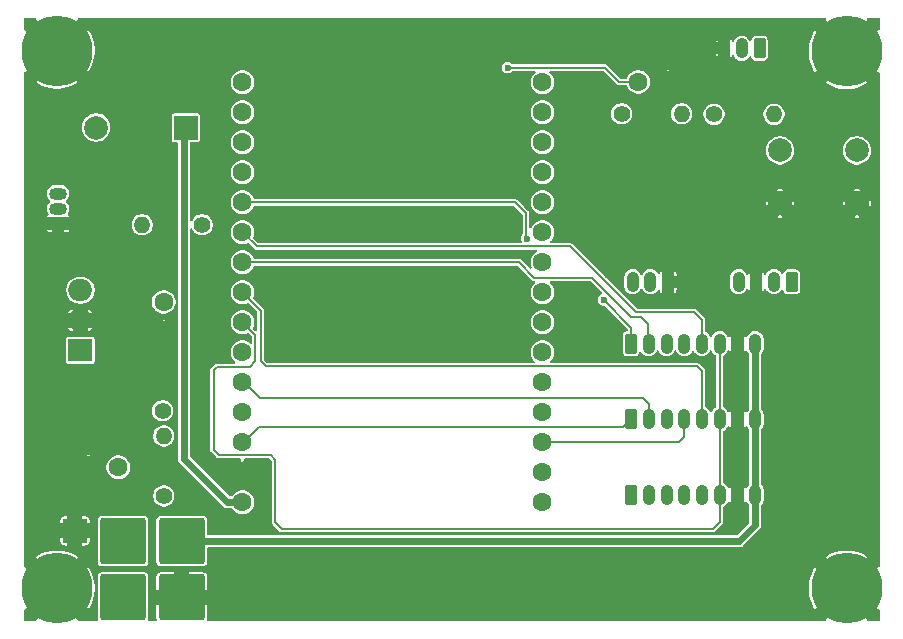
<source format=gbr>
%TF.GenerationSoftware,KiCad,Pcbnew,9.0.0*%
%TF.CreationDate,2025-08-04T22:37:53+02:00*%
%TF.ProjectId,Self balancing cube,53656c66-2062-4616-9c61-6e63696e6720,rev?*%
%TF.SameCoordinates,Original*%
%TF.FileFunction,Copper,L2,Bot*%
%TF.FilePolarity,Positive*%
%FSLAX46Y46*%
G04 Gerber Fmt 4.6, Leading zero omitted, Abs format (unit mm)*
G04 Created by KiCad (PCBNEW 9.0.0) date 2025-08-04 22:37:53*
%MOMM*%
%LPD*%
G01*
G04 APERTURE LIST*
G04 Aperture macros list*
%AMRoundRect*
0 Rectangle with rounded corners*
0 $1 Rounding radius*
0 $2 $3 $4 $5 $6 $7 $8 $9 X,Y pos of 4 corners*
0 Add a 4 corners polygon primitive as box body*
4,1,4,$2,$3,$4,$5,$6,$7,$8,$9,$2,$3,0*
0 Add four circle primitives for the rounded corners*
1,1,$1+$1,$2,$3*
1,1,$1+$1,$4,$5*
1,1,$1+$1,$6,$7*
1,1,$1+$1,$8,$9*
0 Add four rect primitives between the rounded corners*
20,1,$1+$1,$2,$3,$4,$5,0*
20,1,$1+$1,$4,$5,$6,$7,0*
20,1,$1+$1,$6,$7,$8,$9,0*
20,1,$1+$1,$8,$9,$2,$3,0*%
G04 Aperture macros list end*
%TA.AperFunction,ComponentPad*%
%ADD10C,1.600000*%
%TD*%
%TA.AperFunction,ComponentPad*%
%ADD11RoundRect,0.250002X-1.699998X-1.699998X1.699998X-1.699998X1.699998X1.699998X-1.699998X1.699998X0*%
%TD*%
%TA.AperFunction,ComponentPad*%
%ADD12RoundRect,0.250000X-0.265000X-0.615000X0.265000X-0.615000X0.265000X0.615000X-0.265000X0.615000X0*%
%TD*%
%TA.AperFunction,ComponentPad*%
%ADD13O,1.030000X1.730000*%
%TD*%
%TA.AperFunction,ComponentPad*%
%ADD14C,6.000000*%
%TD*%
%TA.AperFunction,ComponentPad*%
%ADD15C,1.400000*%
%TD*%
%TA.AperFunction,ComponentPad*%
%ADD16O,1.400000X1.400000*%
%TD*%
%TA.AperFunction,ComponentPad*%
%ADD17RoundRect,0.250000X0.265000X0.615000X-0.265000X0.615000X-0.265000X-0.615000X0.265000X-0.615000X0*%
%TD*%
%TA.AperFunction,ComponentPad*%
%ADD18R,1.500000X1.050000*%
%TD*%
%TA.AperFunction,ComponentPad*%
%ADD19O,1.500000X1.050000*%
%TD*%
%TA.AperFunction,ComponentPad*%
%ADD20R,2.000000X1.905000*%
%TD*%
%TA.AperFunction,ComponentPad*%
%ADD21O,2.000000X1.905000*%
%TD*%
%TA.AperFunction,ComponentPad*%
%ADD22C,2.000000*%
%TD*%
%TA.AperFunction,ComponentPad*%
%ADD23RoundRect,0.250001X-0.799999X-0.799999X0.799999X-0.799999X0.799999X0.799999X-0.799999X0.799999X0*%
%TD*%
%TA.AperFunction,ComponentPad*%
%ADD24R,2.000000X2.000000*%
%TD*%
%TA.AperFunction,ViaPad*%
%ADD25C,0.600000*%
%TD*%
%TA.AperFunction,Conductor*%
%ADD26C,0.630000*%
%TD*%
%TA.AperFunction,Conductor*%
%ADD27C,0.160000*%
%TD*%
%TA.AperFunction,Conductor*%
%ADD28C,0.200000*%
%TD*%
G04 APERTURE END LIST*
D10*
%TO.P,U2,1,EN*%
%TO.N,unconnected-(U2-EN-Pad1)*%
X132750000Y-74300000D03*
%TO.P,U2,2,VP*%
%TO.N,unconnected-(U2-VP-Pad2)*%
X132750000Y-76840000D03*
%TO.P,U2,3,VN*%
%TO.N,Push_Led*%
X132750000Y-79380000D03*
%TO.P,U2,4,D34*%
%TO.N,Adc batt*%
X132750000Y-81920000D03*
%TO.P,U2,5,D35*%
%TO.N,Net-(J6-Pin_1)*%
X132750000Y-84460000D03*
%TO.P,U2,6,D32*%
%TO.N,Net-(J6-Pin_5)*%
X132750000Y-87000000D03*
%TO.P,U2,7,D33*%
%TO.N,Net-(J6-Pin_2)*%
X132750000Y-89540000D03*
%TO.P,U2,8,D25*%
%TO.N,Net-(J7-Pin_5)*%
X132750000Y-92080000D03*
%TO.P,U2,9,D26*%
%TO.N,Net-(J6-Pin_6)*%
X132750000Y-94620000D03*
%TO.P,U2,10,D27*%
%TO.N,cmd buzzer*%
X132750000Y-97160000D03*
%TO.P,U2,11,D14*%
%TO.N,Net-(J7-Pin_2)*%
X132750000Y-99700000D03*
%TO.P,U2,12,D12*%
%TO.N,unconnected-(U2-D12-Pad12)*%
X132750000Y-102240000D03*
%TO.P,U2,13,D13*%
%TO.N,Net-(J7-Pin_1)*%
X132750000Y-104780000D03*
%TO.P,U2,14,GND*%
%TO.N,-BATT*%
X132750000Y-107320000D03*
%TO.P,U2,15,VIN*%
%TO.N,+5V*%
X132750000Y-109860000D03*
%TO.P,U2,16,3V3*%
%TO.N,+3.3V*%
X158150000Y-109860000D03*
%TO.P,U2,17,GND*%
%TO.N,unconnected-(U2-GND-Pad17)*%
X158150000Y-107320000D03*
%TO.P,U2,18,D15*%
%TO.N,Net-(J7-Pin_4)*%
X158150000Y-104780000D03*
%TO.P,U2,19,D2*%
%TO.N,unconnected-(U2-D2-Pad19)*%
X158150000Y-102240000D03*
%TO.P,U2,20,D4*%
%TO.N,Net-(J6-Pin_4)*%
X158150000Y-99700000D03*
%TO.P,U2,21,RX2*%
%TO.N,Net-(J8-Pin_1)*%
X158150000Y-97160000D03*
%TO.P,U2,22,TX2*%
%TO.N,Net-(J8-Pin_2)*%
X158150000Y-94620000D03*
%TO.P,U2,23,D5*%
%TO.N,Net-(J8-Pin_4)*%
X158150000Y-92080000D03*
%TO.P,U2,24,D18*%
%TO.N,Net-(J8-Pin_5)*%
X158150000Y-89540000D03*
%TO.P,U2,25,D19*%
%TO.N,unconnected-(U2-D19-Pad25)*%
X158150000Y-87000000D03*
%TO.P,U2,26,D21*%
%TO.N,SDA*%
X158150000Y-84460000D03*
%TO.P,U2,27,RX0*%
%TO.N,unconnected-(U2-RX0-Pad27)*%
X158150000Y-81920000D03*
%TO.P,U2,28,TX0*%
%TO.N,unconnected-(U2-TX0-Pad28)*%
X158150000Y-79380000D03*
%TO.P,U2,29,D22*%
%TO.N,SCL*%
X158150000Y-76840000D03*
%TO.P,U2,30,D23*%
%TO.N,WS2812*%
X158150000Y-74300000D03*
%TD*%
%TO.P,C1,1*%
%TO.N,Adc batt*%
X122224800Y-106883200D03*
%TO.P,C1,2*%
%TO.N,-BATT*%
X119724800Y-106883200D03*
%TD*%
D11*
%TO.P,J1,1,Pin_1*%
%TO.N,+BATT*%
X127609600Y-113131600D03*
%TD*%
D12*
%TO.P,J8,1,Pin_1*%
%TO.N,Net-(J8-Pin_1)*%
X165658800Y-109220000D03*
D13*
%TO.P,J8,2,Pin_2*%
%TO.N,Net-(J8-Pin_2)*%
X167158800Y-109220000D03*
%TO.P,J8,3,Pin_3*%
%TO.N,+3.3V*%
X168658800Y-109220000D03*
%TO.P,J8,4,Pin_4*%
%TO.N,Net-(J8-Pin_4)*%
X170158800Y-109220000D03*
%TO.P,J8,5,Pin_5*%
%TO.N,Net-(J8-Pin_5)*%
X171658800Y-109220000D03*
%TO.P,J8,6,Pin_6*%
%TO.N,Net-(J6-Pin_6)*%
X173158800Y-109220000D03*
%TO.P,J8,7,Pin_7*%
%TO.N,-BATT*%
X174658800Y-109220000D03*
%TO.P,J8,8,Pin_8*%
%TO.N,+BATT*%
X176158800Y-109220000D03*
%TD*%
D10*
%TO.P,C2,1*%
%TO.N,Push_Led*%
X166257600Y-74269600D03*
%TO.P,C2,2*%
%TO.N,-BATT*%
X168757600Y-74269600D03*
%TD*%
D14*
%TO.P,,1*%
%TO.N,-BATT*%
X183896000Y-117144800D03*
%TD*%
D12*
%TO.P,J7,1,Pin_1*%
%TO.N,Net-(J7-Pin_1)*%
X165658800Y-102819200D03*
D13*
%TO.P,J7,2,Pin_2*%
%TO.N,Net-(J7-Pin_2)*%
X167158800Y-102819200D03*
%TO.P,J7,3,Pin_3*%
%TO.N,+3.3V*%
X168658800Y-102819200D03*
%TO.P,J7,4,Pin_4*%
%TO.N,Net-(J7-Pin_4)*%
X170158800Y-102819200D03*
%TO.P,J7,5,Pin_5*%
%TO.N,Net-(J7-Pin_5)*%
X171658800Y-102819200D03*
%TO.P,J7,6,Pin_6*%
%TO.N,Net-(J6-Pin_6)*%
X173158800Y-102819200D03*
%TO.P,J7,7,Pin_7*%
%TO.N,-BATT*%
X174658800Y-102819200D03*
%TO.P,J7,8,Pin_8*%
%TO.N,+BATT*%
X176158800Y-102819200D03*
%TD*%
D15*
%TO.P,R2,1*%
%TO.N,+BATT*%
X126085600Y-109321600D03*
D16*
%TO.P,R2,2*%
%TO.N,Adc batt*%
X126085600Y-104241600D03*
%TD*%
D15*
%TO.P,R5,1*%
%TO.N,Push_Led*%
X164846000Y-76962000D03*
D16*
%TO.P,R5,2*%
%TO.N,Net-(J14-Pin_2)*%
X169926000Y-76962000D03*
%TD*%
D10*
%TO.P,C3,1*%
%TO.N,+5V*%
X126085600Y-92902400D03*
%TO.P,C3,2*%
%TO.N,-BATT*%
X126085600Y-95402400D03*
%TD*%
D17*
%TO.P,J14,1,Pin_1*%
%TO.N,+3.3V*%
X176532800Y-71424800D03*
D13*
%TO.P,J14,2,Pin_2*%
%TO.N,Net-(J14-Pin_2)*%
X175032800Y-71424800D03*
%TO.P,J14,3,Pin_3*%
%TO.N,-BATT*%
X173532800Y-71424800D03*
%TD*%
D18*
%TO.P,Q1,1,E*%
%TO.N,-BATT*%
X117144800Y-86258400D03*
D19*
%TO.P,Q1,2,B*%
%TO.N,Net-(Q1-B)*%
X117144800Y-84988400D03*
%TO.P,Q1,3,C*%
%TO.N,Net-(BZ1--)*%
X117144800Y-83718400D03*
%TD*%
D20*
%TO.P,U1,1,VI*%
%TO.N,+BATT*%
X119024400Y-96977200D03*
D21*
%TO.P,U1,2,GND*%
%TO.N,-BATT*%
X119024400Y-94437200D03*
%TO.P,U1,3,VO*%
%TO.N,+5V*%
X119024400Y-91897200D03*
%TD*%
D15*
%TO.P,R4,1*%
%TO.N,Push_Led*%
X172669200Y-77012800D03*
D16*
%TO.P,R4,2*%
%TO.N,+3.3V*%
X177749200Y-77012800D03*
%TD*%
D14*
%TO.P,1,1*%
%TO.N,-BATT*%
X117043200Y-71628000D03*
%TD*%
D22*
%TO.P,SW2,1,1*%
%TO.N,-BATT*%
X184759600Y-84560800D03*
X178259600Y-84560800D03*
%TO.P,SW2,2,2*%
%TO.N,Push_Led*%
X184759600Y-80060800D03*
X178259600Y-80060800D03*
%TD*%
D12*
%TO.P,J6,1,Pin_1*%
%TO.N,Net-(J6-Pin_1)*%
X165656000Y-96418400D03*
D13*
%TO.P,J6,2,Pin_2*%
%TO.N,Net-(J6-Pin_2)*%
X167156000Y-96418400D03*
%TO.P,J6,3,Pin_3*%
%TO.N,+3.3V*%
X168656000Y-96418400D03*
%TO.P,J6,4,Pin_4*%
%TO.N,Net-(J6-Pin_4)*%
X170156000Y-96418400D03*
%TO.P,J6,5,Pin_5*%
%TO.N,Net-(J6-Pin_5)*%
X171656000Y-96418400D03*
%TO.P,J6,6,Pin_6*%
%TO.N,Net-(J6-Pin_6)*%
X173156000Y-96418400D03*
%TO.P,J6,7,Pin_7*%
%TO.N,-BATT*%
X174656000Y-96418400D03*
%TO.P,J6,8,Pin_8*%
%TO.N,+BATT*%
X176156000Y-96418400D03*
%TD*%
D23*
%TO.P,J5,1,Pin_1*%
%TO.N,-BATT*%
X118567200Y-112268000D03*
%TD*%
D11*
%TO.P,J2,1,Pin_1*%
%TO.N,Net-(J2-Pin_1)*%
X122631200Y-113131600D03*
%TD*%
%TO.P,J3,1,Pin_1*%
%TO.N,Net-(J2-Pin_1)*%
X122631200Y-117906800D03*
%TD*%
D15*
%TO.P,R3,1*%
%TO.N,Adc batt*%
X125984000Y-102108000D03*
D16*
%TO.P,R3,2*%
%TO.N,-BATT*%
X120904000Y-102108000D03*
%TD*%
D15*
%TO.P,R1,1*%
%TO.N,cmd buzzer*%
X129336800Y-86360000D03*
D16*
%TO.P,R1,2*%
%TO.N,Net-(Q1-B)*%
X124256800Y-86360000D03*
%TD*%
D14*
%TO.P,1,1*%
%TO.N,-BATT*%
X117043200Y-117144800D03*
%TD*%
D17*
%TO.P,J12,1,Pin_1*%
%TO.N,SDA*%
X179252000Y-91186000D03*
D13*
%TO.P,J12,2,Pin_2*%
%TO.N,SCL*%
X177752000Y-91186000D03*
%TO.P,J12,3,Pin_3*%
%TO.N,-BATT*%
X176252000Y-91186000D03*
%TO.P,J12,4,Pin_4*%
%TO.N,+5V*%
X174752000Y-91186000D03*
%TD*%
D17*
%TO.P,J13,1,Pin_1*%
%TO.N,-BATT*%
X168784400Y-91186000D03*
D13*
%TO.P,J13,2,Pin_2*%
%TO.N,WS2812*%
X167284400Y-91186000D03*
%TO.P,J13,3,Pin_3*%
%TO.N,+5V*%
X165784400Y-91186000D03*
%TD*%
D14*
%TO.P,,1*%
%TO.N,-BATT*%
X183896000Y-71678800D03*
%TD*%
D11*
%TO.P,J4,1,Pin_1*%
%TO.N,-BATT*%
X127609600Y-117906800D03*
%TD*%
D24*
%TO.P,BZ1,1,+*%
%TO.N,+5V*%
X127955200Y-78130400D03*
D22*
%TO.P,BZ1,2,-*%
%TO.N,Net-(BZ1--)*%
X120355200Y-78130400D03*
%TD*%
D25*
%TO.N,Net-(J6-Pin_1)*%
X156819600Y-87528400D03*
X163322000Y-92710000D03*
%TO.N,Push_Led*%
X155194000Y-73050400D03*
%TD*%
D26*
%TO.N,+5V*%
X132746200Y-109856200D02*
X132750000Y-109860000D01*
X131482600Y-109856200D02*
X132746200Y-109856200D01*
D27*
%TO.N,Net-(J6-Pin_6)*%
X133850000Y-95720000D02*
X132750000Y-94620000D01*
X133850000Y-97900000D02*
X133850000Y-95720000D01*
X130600400Y-98399600D02*
X133350400Y-98399600D01*
X130759200Y-105867200D02*
X130302000Y-105410000D01*
X135128000Y-105867200D02*
X130759200Y-105867200D01*
X135534400Y-111556800D02*
X135534400Y-106273600D01*
X130302000Y-105410000D02*
X130302000Y-98698000D01*
X136093200Y-112115600D02*
X135534400Y-111556800D01*
X135534400Y-106273600D02*
X135128000Y-105867200D01*
X133350400Y-98399600D02*
X133850000Y-97900000D01*
X172567600Y-112115600D02*
X136093200Y-112115600D01*
X130302000Y-98698000D02*
X130600400Y-98399600D01*
X173158800Y-111524400D02*
X172567600Y-112115600D01*
X173158800Y-109220000D02*
X173158800Y-111524400D01*
%TO.N,Net-(J7-Pin_1)*%
X134145400Y-103479600D02*
X132845000Y-104780000D01*
X132845000Y-104780000D02*
X132750000Y-104780000D01*
X164998400Y-103479600D02*
X134145400Y-103479600D01*
X165658800Y-102819200D02*
X164998400Y-103479600D01*
%TO.N,Net-(J7-Pin_5)*%
X134300000Y-97900000D02*
X134300000Y-93630000D01*
X134748800Y-98348800D02*
X134300000Y-97900000D01*
X171246800Y-98348800D02*
X134748800Y-98348800D01*
X134300000Y-93630000D02*
X132750000Y-92080000D01*
X171658800Y-98760800D02*
X171246800Y-98348800D01*
X171658800Y-102819200D02*
X171658800Y-98760800D01*
D28*
%TO.N,Net-(J6-Pin_2)*%
X165658800Y-94132400D02*
X166471600Y-94132400D01*
X157429200Y-90830400D02*
X162356800Y-90830400D01*
X166471600Y-94132400D02*
X167081200Y-94742000D01*
X156135000Y-89536200D02*
X157429200Y-90830400D01*
X132753800Y-89536200D02*
X156135000Y-89536200D01*
X162356800Y-90830400D02*
X165658800Y-94132400D01*
X167081200Y-96343600D02*
X167156000Y-96418400D01*
X132750000Y-89540000D02*
X132753800Y-89536200D01*
X167081200Y-94742000D02*
X167081200Y-96343600D01*
D27*
%TO.N,Net-(J6-Pin_5)*%
X171653200Y-94386400D02*
X171653200Y-96415600D01*
X171653200Y-96415600D02*
X171656000Y-96418400D01*
X166040800Y-93752400D02*
X171019200Y-93752400D01*
X160477200Y-88188800D02*
X166040800Y-93752400D01*
X133938800Y-88188800D02*
X160477200Y-88188800D01*
X171019200Y-93752400D02*
X171653200Y-94386400D01*
X132746200Y-86996200D02*
X133938800Y-88188800D01*
%TO.N,Net-(J6-Pin_1)*%
X132753800Y-84456200D02*
X132750000Y-84460000D01*
X155830200Y-84456200D02*
X132753800Y-84456200D01*
X156768800Y-87477600D02*
X156768800Y-85394800D01*
X156768800Y-85394800D02*
X155830200Y-84456200D01*
%TO.N,+BATT*%
X176351600Y-96316800D02*
X176351600Y-95681200D01*
D26*
X176174400Y-111760000D02*
X176174400Y-96436800D01*
X127609600Y-113131600D02*
X174802800Y-113131600D01*
X174802800Y-113131600D02*
X176174400Y-111760000D01*
X176174400Y-96436800D02*
X176156000Y-96418400D01*
D28*
%TO.N,unconnected-(U2-D19-Pad25)*%
X158152600Y-86996200D02*
X158227600Y-87071200D01*
D27*
%TO.N,Net-(J6-Pin_6)*%
X173156000Y-96418400D02*
X173156000Y-109217200D01*
X173156000Y-109217200D02*
X173158800Y-109220000D01*
%TO.N,Net-(J7-Pin_4)*%
X158152600Y-104776200D02*
X169696200Y-104776200D01*
X170158800Y-104313600D02*
X170158800Y-102819200D01*
X169696200Y-104776200D02*
X170158800Y-104313600D01*
%TO.N,Net-(J7-Pin_2)*%
X134213600Y-100990400D02*
X132919400Y-99696200D01*
X167158800Y-102819200D02*
X167158800Y-101525200D01*
X167158800Y-101525200D02*
X166624000Y-100990400D01*
X166624000Y-100990400D02*
X134213600Y-100990400D01*
%TO.N,Net-(J6-Pin_1)*%
X165656000Y-95094800D02*
X165656000Y-96418400D01*
X163322000Y-92710000D02*
X163322000Y-92760800D01*
X163322000Y-92760800D02*
X165656000Y-95094800D01*
%TO.N,Push_Led*%
X164642800Y-74269600D02*
X166257600Y-74269600D01*
X155194000Y-73050400D02*
X163423600Y-73050400D01*
X163423600Y-73050400D02*
X164642800Y-74269600D01*
D26*
%TO.N,+5V*%
X127802800Y-106176400D02*
X131482600Y-109856200D01*
X127802800Y-78130400D02*
X127802800Y-106176400D01*
D28*
%TO.N,unconnected-(U2-D2-Pad19)*%
X158179200Y-102209600D02*
X158152600Y-102236200D01*
%TD*%
%TA.AperFunction,Conductor*%
%TO.N,-BATT*%
G36*
X115653096Y-117720600D02*
G01*
X115760285Y-117930971D01*
X115899064Y-118121984D01*
X116066016Y-118288936D01*
X116257029Y-118427715D01*
X116467400Y-118534904D01*
X116530589Y-118555435D01*
X115273763Y-119812261D01*
X115276463Y-119836214D01*
X115264191Y-119896156D01*
X115219029Y-119937437D01*
X115178086Y-119946300D01*
X114340700Y-119946300D01*
X114282509Y-119927393D01*
X114246545Y-119877893D01*
X114241700Y-119847300D01*
X114241700Y-119009913D01*
X114260607Y-118951722D01*
X114310107Y-118915758D01*
X114351786Y-118911536D01*
X114375737Y-118914235D01*
X115632563Y-117657408D01*
X115653096Y-117720600D01*
G37*
%TD.AperFunction*%
%TA.AperFunction,Conductor*%
G36*
X182135287Y-68845407D02*
G01*
X182171251Y-68894907D01*
X182171251Y-68956093D01*
X182135287Y-69005593D01*
X182129767Y-69009326D01*
X182126564Y-69011338D01*
X183383390Y-70268164D01*
X183320200Y-70288696D01*
X183109829Y-70395885D01*
X182918816Y-70534664D01*
X182751864Y-70701616D01*
X182613085Y-70892629D01*
X182505896Y-71103000D01*
X182485364Y-71166190D01*
X181228538Y-69909364D01*
X181090870Y-70128462D01*
X180934927Y-70452283D01*
X180934926Y-70452285D01*
X180816220Y-70791527D01*
X180736242Y-71141933D01*
X180736241Y-71141939D01*
X180696000Y-71499075D01*
X180696000Y-71858524D01*
X180736241Y-72215660D01*
X180736242Y-72215666D01*
X180816220Y-72566072D01*
X180934926Y-72905314D01*
X180934927Y-72905316D01*
X181090870Y-73229137D01*
X181228538Y-73448234D01*
X182485363Y-72191408D01*
X182505896Y-72254600D01*
X182613085Y-72464971D01*
X182751864Y-72655984D01*
X182918816Y-72822936D01*
X183109829Y-72961715D01*
X183320200Y-73068904D01*
X183383389Y-73089435D01*
X182126564Y-74346260D01*
X182345662Y-74483929D01*
X182669483Y-74639872D01*
X182669485Y-74639873D01*
X183008727Y-74758579D01*
X183359133Y-74838557D01*
X183359139Y-74838558D01*
X183716275Y-74878799D01*
X183716293Y-74878800D01*
X184075707Y-74878800D01*
X184075724Y-74878799D01*
X184432860Y-74838558D01*
X184432866Y-74838557D01*
X184783272Y-74758579D01*
X185122514Y-74639873D01*
X185122516Y-74639872D01*
X185446337Y-74483929D01*
X185665434Y-74346260D01*
X184408609Y-73089436D01*
X184471800Y-73068904D01*
X184682171Y-72961715D01*
X184873184Y-72822936D01*
X185040136Y-72655984D01*
X185178915Y-72464971D01*
X185286104Y-72254600D01*
X185306636Y-72191409D01*
X186563461Y-73448235D01*
X186587414Y-73445536D01*
X186647356Y-73457808D01*
X186688637Y-73502970D01*
X186697500Y-73543913D01*
X186697500Y-115279685D01*
X186678593Y-115337876D01*
X186629093Y-115373840D01*
X186587416Y-115378063D01*
X186563461Y-115375363D01*
X185306635Y-116632189D01*
X185286104Y-116569000D01*
X185178915Y-116358629D01*
X185040136Y-116167616D01*
X184873184Y-116000664D01*
X184682171Y-115861885D01*
X184471800Y-115754696D01*
X184408608Y-115734163D01*
X185665434Y-114477338D01*
X185446337Y-114339670D01*
X185122516Y-114183727D01*
X185122514Y-114183726D01*
X184783272Y-114065020D01*
X184432866Y-113985042D01*
X184432860Y-113985041D01*
X184075724Y-113944800D01*
X183716275Y-113944800D01*
X183359139Y-113985041D01*
X183359133Y-113985042D01*
X183008727Y-114065020D01*
X182669485Y-114183726D01*
X182669483Y-114183727D01*
X182345662Y-114339670D01*
X182126564Y-114477338D01*
X183383390Y-115734164D01*
X183320200Y-115754696D01*
X183109829Y-115861885D01*
X182918816Y-116000664D01*
X182751864Y-116167616D01*
X182613085Y-116358629D01*
X182505896Y-116569000D01*
X182485364Y-116632190D01*
X181228538Y-115375364D01*
X181090870Y-115594462D01*
X180934927Y-115918283D01*
X180934926Y-115918285D01*
X180816220Y-116257527D01*
X180736242Y-116607933D01*
X180736241Y-116607939D01*
X180696000Y-116965075D01*
X180696000Y-117324524D01*
X180736241Y-117681660D01*
X180736242Y-117681666D01*
X180816220Y-118032072D01*
X180934926Y-118371314D01*
X180934927Y-118371316D01*
X181090870Y-118695137D01*
X181228538Y-118914234D01*
X182485363Y-117657408D01*
X182505896Y-117720600D01*
X182613085Y-117930971D01*
X182751864Y-118121984D01*
X182918816Y-118288936D01*
X183109829Y-118427715D01*
X183320200Y-118534904D01*
X183383389Y-118555435D01*
X182126563Y-119812261D01*
X182129263Y-119836214D01*
X182116991Y-119896156D01*
X182071829Y-119937437D01*
X182030886Y-119946300D01*
X129807085Y-119946300D01*
X129748894Y-119927393D01*
X129712930Y-119877893D01*
X129712930Y-119816707D01*
X129713640Y-119814603D01*
X129756749Y-119691400D01*
X129759599Y-119661010D01*
X129759600Y-119661009D01*
X129759600Y-118541801D01*
X129759599Y-118541800D01*
X128688959Y-118541800D01*
X128768020Y-118386633D01*
X128828821Y-118199509D01*
X128859600Y-118005177D01*
X128859600Y-117808423D01*
X128828821Y-117614091D01*
X128768020Y-117426967D01*
X128688959Y-117271800D01*
X129759599Y-117271800D01*
X129759600Y-117271799D01*
X129759600Y-116152591D01*
X129759599Y-116152589D01*
X129756749Y-116122199D01*
X129711944Y-115994151D01*
X129631396Y-115885013D01*
X129631386Y-115885003D01*
X129522248Y-115804455D01*
X129394200Y-115759650D01*
X129363810Y-115756800D01*
X128244601Y-115756800D01*
X128244600Y-115756801D01*
X128244600Y-116827440D01*
X128089433Y-116748380D01*
X127902309Y-116687579D01*
X127707977Y-116656800D01*
X127511223Y-116656800D01*
X127316891Y-116687579D01*
X127129767Y-116748380D01*
X126974600Y-116827440D01*
X126974600Y-115756801D01*
X126974599Y-115756800D01*
X125855389Y-115756800D01*
X125824999Y-115759650D01*
X125696951Y-115804455D01*
X125587813Y-115885003D01*
X125587803Y-115885013D01*
X125507255Y-115994151D01*
X125462450Y-116122199D01*
X125459600Y-116152589D01*
X125459600Y-117271799D01*
X125459601Y-117271800D01*
X126530241Y-117271800D01*
X126451180Y-117426967D01*
X126390379Y-117614091D01*
X126359600Y-117808423D01*
X126359600Y-118005177D01*
X126390379Y-118199509D01*
X126451180Y-118386633D01*
X126530241Y-118541800D01*
X125459601Y-118541800D01*
X125459600Y-118541801D01*
X125459600Y-119661010D01*
X125462450Y-119691400D01*
X125505560Y-119814603D01*
X125506932Y-119875773D01*
X125472088Y-119926067D01*
X125414336Y-119946275D01*
X125412115Y-119946300D01*
X124829214Y-119946300D01*
X124771023Y-119927393D01*
X124735059Y-119877893D01*
X124735059Y-119816707D01*
X124735770Y-119814602D01*
X124736589Y-119812261D01*
X124778846Y-119691498D01*
X124781699Y-119661071D01*
X124781700Y-119661071D01*
X124781700Y-116152529D01*
X124781699Y-116152527D01*
X124778846Y-116122106D01*
X124778846Y-116122102D01*
X124733993Y-115993919D01*
X124653349Y-115884651D01*
X124544081Y-115804007D01*
X124544080Y-115804006D01*
X124415902Y-115759155D01*
X124415893Y-115759153D01*
X124385472Y-115756300D01*
X124385464Y-115756300D01*
X120876936Y-115756300D01*
X120876927Y-115756300D01*
X120846506Y-115759153D01*
X120846497Y-115759155D01*
X120718319Y-115804006D01*
X120609052Y-115884650D01*
X120609050Y-115884652D01*
X120528406Y-115993919D01*
X120483555Y-116122097D01*
X120483553Y-116122106D01*
X120480700Y-116152527D01*
X120480700Y-119661072D01*
X120483553Y-119691493D01*
X120483555Y-119691502D01*
X120526630Y-119814602D01*
X120528003Y-119875772D01*
X120493159Y-119926067D01*
X120435408Y-119946275D01*
X120433186Y-119946300D01*
X118908313Y-119946300D01*
X118850122Y-119927393D01*
X118814158Y-119877893D01*
X118809936Y-119836214D01*
X118812635Y-119812261D01*
X117555809Y-118555436D01*
X117619000Y-118534904D01*
X117829371Y-118427715D01*
X118020384Y-118288936D01*
X118187336Y-118121984D01*
X118326115Y-117930971D01*
X118433304Y-117720600D01*
X118453836Y-117657409D01*
X119710660Y-118914234D01*
X119848329Y-118695137D01*
X120004272Y-118371316D01*
X120004273Y-118371314D01*
X120122979Y-118032072D01*
X120202957Y-117681666D01*
X120202958Y-117681660D01*
X120243199Y-117324524D01*
X120243200Y-117324507D01*
X120243200Y-116965092D01*
X120243199Y-116965075D01*
X120202958Y-116607939D01*
X120202957Y-116607933D01*
X120122979Y-116257527D01*
X120004273Y-115918285D01*
X120004272Y-115918283D01*
X119848329Y-115594462D01*
X119710660Y-115375364D01*
X118453835Y-116632189D01*
X118433304Y-116569000D01*
X118326115Y-116358629D01*
X118187336Y-116167616D01*
X118020384Y-116000664D01*
X117829371Y-115861885D01*
X117619000Y-115754696D01*
X117555808Y-115734163D01*
X118812634Y-114477338D01*
X118593537Y-114339670D01*
X118269716Y-114183727D01*
X118269714Y-114183726D01*
X117930472Y-114065020D01*
X117580066Y-113985042D01*
X117580060Y-113985041D01*
X117222924Y-113944800D01*
X116863475Y-113944800D01*
X116506339Y-113985041D01*
X116506333Y-113985042D01*
X116155927Y-114065020D01*
X115816685Y-114183726D01*
X115816683Y-114183727D01*
X115492862Y-114339670D01*
X115273764Y-114477338D01*
X116530590Y-115734164D01*
X116467400Y-115754696D01*
X116257029Y-115861885D01*
X116066016Y-116000664D01*
X115899064Y-116167616D01*
X115760285Y-116358629D01*
X115653096Y-116569000D01*
X115632564Y-116632190D01*
X114375738Y-115375364D01*
X114351785Y-115378063D01*
X114291843Y-115365789D01*
X114250563Y-115320627D01*
X114241700Y-115279685D01*
X114241700Y-112903001D01*
X117317200Y-112903001D01*
X117317200Y-113122210D01*
X117320050Y-113152600D01*
X117364855Y-113280648D01*
X117445403Y-113389786D01*
X117445413Y-113389796D01*
X117554551Y-113470344D01*
X117682599Y-113515149D01*
X117712989Y-113517999D01*
X117712991Y-113518000D01*
X117932199Y-113518000D01*
X117932200Y-113517999D01*
X117932200Y-112903001D01*
X119202200Y-112903001D01*
X119202200Y-113517999D01*
X119202201Y-113518000D01*
X119421409Y-113518000D01*
X119421410Y-113517999D01*
X119451800Y-113515149D01*
X119579848Y-113470344D01*
X119688986Y-113389796D01*
X119688996Y-113389786D01*
X119769544Y-113280648D01*
X119814349Y-113152600D01*
X119817199Y-113122210D01*
X119817200Y-113122209D01*
X119817200Y-112903001D01*
X119817199Y-112903000D01*
X119202201Y-112903000D01*
X119202200Y-112903001D01*
X117932200Y-112903001D01*
X117932199Y-112903000D01*
X117317201Y-112903000D01*
X117317200Y-112903001D01*
X114241700Y-112903001D01*
X114241700Y-112195591D01*
X118017200Y-112195591D01*
X118017200Y-112340409D01*
X118054682Y-112480292D01*
X118127090Y-112605708D01*
X118229492Y-112708110D01*
X118354908Y-112780518D01*
X118494791Y-112818000D01*
X118639609Y-112818000D01*
X118779492Y-112780518D01*
X118904908Y-112708110D01*
X119007310Y-112605708D01*
X119079718Y-112480292D01*
X119117200Y-112340409D01*
X119117200Y-112195591D01*
X119079718Y-112055708D01*
X119007310Y-111930292D01*
X118904908Y-111827890D01*
X118779492Y-111755482D01*
X118639609Y-111718000D01*
X118494791Y-111718000D01*
X118354908Y-111755482D01*
X118229492Y-111827890D01*
X118127090Y-111930292D01*
X118054682Y-112055708D01*
X118017200Y-112195591D01*
X114241700Y-112195591D01*
X114241700Y-111413789D01*
X117317200Y-111413789D01*
X117317200Y-111632999D01*
X117317201Y-111633000D01*
X117932199Y-111633000D01*
X117932200Y-111632999D01*
X117932200Y-111018001D01*
X119202200Y-111018001D01*
X119202200Y-111632999D01*
X119202201Y-111633000D01*
X119817199Y-111633000D01*
X119817200Y-111632999D01*
X119817200Y-111413791D01*
X119817199Y-111413787D01*
X119814431Y-111384265D01*
X119814349Y-111383399D01*
X119812224Y-111377327D01*
X120480700Y-111377327D01*
X120480700Y-114885872D01*
X120483553Y-114916293D01*
X120483555Y-114916302D01*
X120528406Y-115044480D01*
X120528407Y-115044481D01*
X120609051Y-115153749D01*
X120718319Y-115234393D01*
X120846502Y-115279246D01*
X120876927Y-115282099D01*
X120876929Y-115282100D01*
X120876936Y-115282100D01*
X124385471Y-115282100D01*
X124385471Y-115282099D01*
X124415898Y-115279246D01*
X124544081Y-115234393D01*
X124653349Y-115153749D01*
X124733993Y-115044481D01*
X124778846Y-114916298D01*
X124781699Y-114885871D01*
X124781700Y-114885871D01*
X124781700Y-111377329D01*
X124781699Y-111377327D01*
X125459100Y-111377327D01*
X125459100Y-114885872D01*
X125461953Y-114916293D01*
X125461955Y-114916302D01*
X125506806Y-115044480D01*
X125506807Y-115044481D01*
X125587451Y-115153749D01*
X125696719Y-115234393D01*
X125824902Y-115279246D01*
X125855327Y-115282099D01*
X125855329Y-115282100D01*
X125855336Y-115282100D01*
X129363871Y-115282100D01*
X129363871Y-115282099D01*
X129394298Y-115279246D01*
X129522481Y-115234393D01*
X129631749Y-115153749D01*
X129712393Y-115044481D01*
X129757246Y-114916298D01*
X129760099Y-114885871D01*
X129760100Y-114885871D01*
X129760100Y-113746100D01*
X129779007Y-113687909D01*
X129828507Y-113651945D01*
X129859100Y-113647100D01*
X174870667Y-113647100D01*
X174974064Y-113619393D01*
X174974067Y-113619393D01*
X175001777Y-113611969D01*
X175001777Y-113611968D01*
X175119324Y-113544103D01*
X176586903Y-112076525D01*
X176654769Y-111958976D01*
X176662192Y-111931268D01*
X176689900Y-111827867D01*
X176689900Y-110091581D01*
X176708807Y-110033390D01*
X176712373Y-110028775D01*
X176714555Y-110026114D01*
X176714565Y-110026105D01*
X176780765Y-109927030D01*
X176792864Y-109908923D01*
X176792865Y-109908919D01*
X176792868Y-109908916D01*
X176846804Y-109778704D01*
X176874300Y-109640471D01*
X176874300Y-108799529D01*
X176846804Y-108661296D01*
X176792868Y-108531084D01*
X176792866Y-108531082D01*
X176792864Y-108531076D01*
X176714567Y-108413898D01*
X176714565Y-108413895D01*
X176714562Y-108413892D01*
X176712368Y-108411219D01*
X176690071Y-108354241D01*
X176689900Y-108348418D01*
X176689900Y-103690781D01*
X176708807Y-103632590D01*
X176712373Y-103627975D01*
X176714555Y-103625314D01*
X176714565Y-103625305D01*
X176780765Y-103526230D01*
X176792864Y-103508123D01*
X176792865Y-103508119D01*
X176792868Y-103508116D01*
X176846804Y-103377904D01*
X176874300Y-103239671D01*
X176874300Y-102398729D01*
X176846804Y-102260496D01*
X176792868Y-102130284D01*
X176792866Y-102130282D01*
X176792864Y-102130276D01*
X176714567Y-102013098D01*
X176714565Y-102013095D01*
X176714562Y-102013092D01*
X176712368Y-102010419D01*
X176690071Y-101953441D01*
X176689900Y-101947618D01*
X176689900Y-97286569D01*
X176708807Y-97228378D01*
X176711538Y-97224842D01*
X176711759Y-97224510D01*
X176711765Y-97224505D01*
X176777965Y-97125430D01*
X176790064Y-97107323D01*
X176790065Y-97107319D01*
X176790068Y-97107316D01*
X176844004Y-96977104D01*
X176871500Y-96838871D01*
X176871500Y-95997929D01*
X176844004Y-95859696D01*
X176790068Y-95729484D01*
X176790066Y-95729482D01*
X176790064Y-95729476D01*
X176717247Y-95620500D01*
X176711765Y-95612295D01*
X176612105Y-95512635D01*
X176582439Y-95492813D01*
X176494923Y-95434335D01*
X176494914Y-95434331D01*
X176364702Y-95380395D01*
X176226473Y-95352900D01*
X176226471Y-95352900D01*
X176085529Y-95352900D01*
X176085526Y-95352900D01*
X175947297Y-95380395D01*
X175817085Y-95434331D01*
X175817076Y-95434335D01*
X175699896Y-95512634D01*
X175600234Y-95612296D01*
X175521935Y-95729476D01*
X175521931Y-95729485D01*
X175497193Y-95789208D01*
X175457456Y-95835734D01*
X175397961Y-95850017D01*
X175341433Y-95826602D01*
X175314265Y-95789207D01*
X175289627Y-95729724D01*
X175289621Y-95729713D01*
X175211377Y-95612614D01*
X175211369Y-95612605D01*
X175171000Y-95572236D01*
X175171000Y-97264563D01*
X175211369Y-97224194D01*
X175211377Y-97224185D01*
X175289621Y-97107086D01*
X175289624Y-97107080D01*
X175314264Y-97047593D01*
X175354000Y-97001066D01*
X175413495Y-96986782D01*
X175470023Y-97010196D01*
X175497193Y-97047591D01*
X175521931Y-97107314D01*
X175521935Y-97107323D01*
X175587154Y-97204929D01*
X175600235Y-97224505D01*
X175629905Y-97254175D01*
X175657681Y-97308690D01*
X175658900Y-97324177D01*
X175658900Y-101916222D01*
X175639993Y-101974413D01*
X175629905Y-101986224D01*
X175603036Y-102013093D01*
X175524735Y-102130276D01*
X175524731Y-102130285D01*
X175499993Y-102190008D01*
X175460256Y-102236534D01*
X175400761Y-102250817D01*
X175344233Y-102227402D01*
X175317065Y-102190007D01*
X175292427Y-102130524D01*
X175292421Y-102130513D01*
X175214177Y-102013414D01*
X175214169Y-102013405D01*
X175173800Y-101973036D01*
X175173800Y-103665363D01*
X175214169Y-103624994D01*
X175214177Y-103624985D01*
X175292421Y-103507886D01*
X175292424Y-103507880D01*
X175317064Y-103448393D01*
X175356800Y-103401866D01*
X175416295Y-103387582D01*
X175472823Y-103410996D01*
X175499993Y-103448391D01*
X175524731Y-103508114D01*
X175524735Y-103508123D01*
X175589954Y-103605729D01*
X175603035Y-103625305D01*
X175629905Y-103652175D01*
X175657681Y-103706690D01*
X175658900Y-103722177D01*
X175658900Y-108317022D01*
X175639993Y-108375213D01*
X175629905Y-108387024D01*
X175603036Y-108413893D01*
X175524735Y-108531076D01*
X175524731Y-108531085D01*
X175499993Y-108590808D01*
X175460256Y-108637334D01*
X175400761Y-108651617D01*
X175344233Y-108628202D01*
X175317065Y-108590807D01*
X175292427Y-108531324D01*
X175292421Y-108531313D01*
X175214177Y-108414214D01*
X175214169Y-108414205D01*
X175173800Y-108373836D01*
X175173800Y-110066163D01*
X175214169Y-110025794D01*
X175214177Y-110025785D01*
X175292421Y-109908686D01*
X175292424Y-109908680D01*
X175317064Y-109849193D01*
X175356800Y-109802666D01*
X175416295Y-109788382D01*
X175472823Y-109811796D01*
X175499993Y-109849191D01*
X175524731Y-109908914D01*
X175524735Y-109908923D01*
X175589954Y-110006529D01*
X175603035Y-110026105D01*
X175629905Y-110052975D01*
X175657681Y-110107490D01*
X175658900Y-110122977D01*
X175658900Y-111505464D01*
X175639993Y-111563655D01*
X175629904Y-111575468D01*
X174618269Y-112587104D01*
X174563752Y-112614881D01*
X174548265Y-112616100D01*
X129859100Y-112616100D01*
X129800909Y-112597193D01*
X129764945Y-112547693D01*
X129760100Y-112517100D01*
X129760100Y-111377329D01*
X129760099Y-111377327D01*
X129757246Y-111346906D01*
X129757246Y-111346902D01*
X129712393Y-111218719D01*
X129631749Y-111109451D01*
X129522481Y-111028807D01*
X129522480Y-111028806D01*
X129394302Y-110983955D01*
X129394293Y-110983953D01*
X129363872Y-110981100D01*
X129363864Y-110981100D01*
X125855336Y-110981100D01*
X125855327Y-110981100D01*
X125824906Y-110983953D01*
X125824897Y-110983955D01*
X125696719Y-111028806D01*
X125587452Y-111109450D01*
X125587450Y-111109452D01*
X125506806Y-111218719D01*
X125461955Y-111346897D01*
X125461953Y-111346906D01*
X125459100Y-111377327D01*
X124781699Y-111377327D01*
X124778846Y-111346906D01*
X124778846Y-111346902D01*
X124733993Y-111218719D01*
X124653349Y-111109451D01*
X124544081Y-111028807D01*
X124544080Y-111028806D01*
X124415902Y-110983955D01*
X124415893Y-110983953D01*
X124385472Y-110981100D01*
X124385464Y-110981100D01*
X120876936Y-110981100D01*
X120876927Y-110981100D01*
X120846506Y-110983953D01*
X120846497Y-110983955D01*
X120718319Y-111028806D01*
X120609052Y-111109450D01*
X120609050Y-111109452D01*
X120528406Y-111218719D01*
X120483555Y-111346897D01*
X120483553Y-111346906D01*
X120480700Y-111377327D01*
X119812224Y-111377327D01*
X119769544Y-111255351D01*
X119688996Y-111146213D01*
X119688986Y-111146203D01*
X119579848Y-111065655D01*
X119451800Y-111020850D01*
X119421410Y-111018000D01*
X119202201Y-111018000D01*
X119202200Y-111018001D01*
X117932200Y-111018001D01*
X117932199Y-111018000D01*
X117712989Y-111018000D01*
X117682599Y-111020850D01*
X117554551Y-111065655D01*
X117445413Y-111146203D01*
X117445403Y-111146213D01*
X117364855Y-111255351D01*
X117320050Y-111383399D01*
X117317200Y-111413789D01*
X114241700Y-111413789D01*
X114241700Y-109232906D01*
X125185100Y-109232906D01*
X125185100Y-109410293D01*
X125219706Y-109584265D01*
X125219706Y-109584267D01*
X125287585Y-109748144D01*
X125287585Y-109748145D01*
X125386135Y-109895634D01*
X125386136Y-109895635D01*
X125511565Y-110021064D01*
X125659053Y-110119613D01*
X125659054Y-110119613D01*
X125659055Y-110119614D01*
X125673905Y-110125765D01*
X125822934Y-110187494D01*
X125996909Y-110222100D01*
X125996910Y-110222100D01*
X126174290Y-110222100D01*
X126174291Y-110222100D01*
X126348266Y-110187494D01*
X126512147Y-110119613D01*
X126659635Y-110021064D01*
X126785064Y-109895635D01*
X126883613Y-109748147D01*
X126951494Y-109584266D01*
X126986100Y-109410291D01*
X126986100Y-109232909D01*
X126951494Y-109058934D01*
X126883614Y-108895055D01*
X126883614Y-108895054D01*
X126785064Y-108747565D01*
X126659634Y-108622135D01*
X126512144Y-108523585D01*
X126348266Y-108455706D01*
X126174293Y-108421100D01*
X126174291Y-108421100D01*
X125996909Y-108421100D01*
X125996906Y-108421100D01*
X125822934Y-108455706D01*
X125822932Y-108455706D01*
X125659055Y-108523585D01*
X125659054Y-108523585D01*
X125511565Y-108622135D01*
X125386135Y-108747565D01*
X125287585Y-108895054D01*
X125287585Y-108895055D01*
X125219706Y-109058932D01*
X125219706Y-109058934D01*
X125185100Y-109232906D01*
X114241700Y-109232906D01*
X114241700Y-107882622D01*
X119623402Y-107882622D01*
X119626304Y-107883199D01*
X119626311Y-107883200D01*
X119823290Y-107883200D01*
X119826194Y-107882621D01*
X119724799Y-107781226D01*
X119623402Y-107882622D01*
X114241700Y-107882622D01*
X114241700Y-106784704D01*
X118724800Y-106784704D01*
X118724800Y-106981689D01*
X118725377Y-106984595D01*
X118826773Y-106883200D01*
X118774112Y-106830539D01*
X119324800Y-106830539D01*
X119324800Y-106935861D01*
X119352059Y-107037594D01*
X119404720Y-107128806D01*
X119479194Y-107203280D01*
X119570406Y-107255941D01*
X119672139Y-107283200D01*
X119777461Y-107283200D01*
X119879194Y-107255941D01*
X119970406Y-107203280D01*
X120044880Y-107128806D01*
X120097541Y-107037594D01*
X120124800Y-106935861D01*
X120124800Y-106883199D01*
X120622826Y-106883199D01*
X120724221Y-106984594D01*
X120724800Y-106981689D01*
X120724800Y-106784710D01*
X120724799Y-106784704D01*
X120724789Y-106784656D01*
X121224300Y-106784656D01*
X121224300Y-106981743D01*
X121262749Y-107175034D01*
X121262749Y-107175036D01*
X121338167Y-107357113D01*
X121338168Y-107357114D01*
X121447661Y-107520982D01*
X121587018Y-107660339D01*
X121750886Y-107769832D01*
X121932965Y-107845251D01*
X122126259Y-107883700D01*
X122126260Y-107883700D01*
X122323340Y-107883700D01*
X122323341Y-107883700D01*
X122516635Y-107845251D01*
X122698714Y-107769832D01*
X122862582Y-107660339D01*
X123001939Y-107520982D01*
X123111432Y-107357114D01*
X123186851Y-107175035D01*
X123225300Y-106981741D01*
X123225300Y-106784659D01*
X123186851Y-106591365D01*
X123111432Y-106409286D01*
X123001939Y-106245418D01*
X122862582Y-106106061D01*
X122698714Y-105996568D01*
X122698715Y-105996568D01*
X122698713Y-105996567D01*
X122516635Y-105921149D01*
X122323343Y-105882700D01*
X122323341Y-105882700D01*
X122126259Y-105882700D01*
X122126256Y-105882700D01*
X121932965Y-105921149D01*
X121932963Y-105921149D01*
X121750886Y-105996567D01*
X121587018Y-106106061D01*
X121587014Y-106106064D01*
X121447664Y-106245414D01*
X121447661Y-106245418D01*
X121338167Y-106409286D01*
X121262749Y-106591363D01*
X121262749Y-106591365D01*
X121224300Y-106784656D01*
X120724789Y-106784656D01*
X120724222Y-106781803D01*
X120622826Y-106883199D01*
X120124800Y-106883199D01*
X120124800Y-106830539D01*
X120097541Y-106728806D01*
X120044880Y-106637594D01*
X119970406Y-106563120D01*
X119879194Y-106510459D01*
X119777461Y-106483200D01*
X119672139Y-106483200D01*
X119570406Y-106510459D01*
X119479194Y-106563120D01*
X119404720Y-106637594D01*
X119352059Y-106728806D01*
X119324800Y-106830539D01*
X118774112Y-106830539D01*
X118725376Y-106781803D01*
X118724800Y-106784704D01*
X114241700Y-106784704D01*
X114241700Y-105883776D01*
X119623403Y-105883776D01*
X119724800Y-105985173D01*
X119826195Y-105883777D01*
X119823290Y-105883200D01*
X119626304Y-105883200D01*
X119623403Y-105883776D01*
X114241700Y-105883776D01*
X114241700Y-104152906D01*
X125185100Y-104152906D01*
X125185100Y-104330293D01*
X125189126Y-104350531D01*
X125216503Y-104488166D01*
X125219706Y-104504265D01*
X125219706Y-104504267D01*
X125287585Y-104668144D01*
X125287585Y-104668145D01*
X125386135Y-104815634D01*
X125386136Y-104815635D01*
X125511565Y-104941064D01*
X125659053Y-105039613D01*
X125822934Y-105107494D01*
X125996909Y-105142100D01*
X125996910Y-105142100D01*
X126174290Y-105142100D01*
X126174291Y-105142100D01*
X126348266Y-105107494D01*
X126512147Y-105039613D01*
X126659635Y-104941064D01*
X126785064Y-104815635D01*
X126883613Y-104668147D01*
X126951494Y-104504266D01*
X126986100Y-104330291D01*
X126986100Y-104152909D01*
X126951494Y-103978934D01*
X126892531Y-103836583D01*
X126883614Y-103815055D01*
X126883614Y-103815054D01*
X126785064Y-103667565D01*
X126659634Y-103542135D01*
X126512144Y-103443585D01*
X126348266Y-103375706D01*
X126174293Y-103341100D01*
X126174291Y-103341100D01*
X125996909Y-103341100D01*
X125996906Y-103341100D01*
X125822934Y-103375706D01*
X125822932Y-103375706D01*
X125659055Y-103443585D01*
X125659054Y-103443585D01*
X125511565Y-103542135D01*
X125386135Y-103667565D01*
X125287585Y-103815054D01*
X125287585Y-103815055D01*
X125219706Y-103978932D01*
X125219706Y-103978934D01*
X125185100Y-104152906D01*
X114241700Y-104152906D01*
X114241700Y-102743000D01*
X120266208Y-102743000D01*
X120269000Y-102745792D01*
X120269000Y-102743001D01*
X121539000Y-102743001D01*
X121539000Y-102745792D01*
X121541792Y-102743000D01*
X121539001Y-102743000D01*
X121539000Y-102743001D01*
X120269000Y-102743001D01*
X120268999Y-102743000D01*
X120266208Y-102743000D01*
X114241700Y-102743000D01*
X114241700Y-102061922D01*
X120554000Y-102061922D01*
X120554000Y-102154078D01*
X120577852Y-102243095D01*
X120623930Y-102322905D01*
X120689095Y-102388070D01*
X120768905Y-102434148D01*
X120857922Y-102458000D01*
X120950078Y-102458000D01*
X121039095Y-102434148D01*
X121118905Y-102388070D01*
X121184070Y-102322905D01*
X121230148Y-102243095D01*
X121254000Y-102154078D01*
X121254000Y-102061922D01*
X121242581Y-102019306D01*
X125083500Y-102019306D01*
X125083500Y-102196693D01*
X125118106Y-102370665D01*
X125118106Y-102370667D01*
X125185985Y-102534544D01*
X125185985Y-102534545D01*
X125282050Y-102678315D01*
X125284536Y-102682035D01*
X125409965Y-102807464D01*
X125557453Y-102906013D01*
X125721334Y-102973894D01*
X125895309Y-103008500D01*
X125895310Y-103008500D01*
X126072690Y-103008500D01*
X126072691Y-103008500D01*
X126246666Y-102973894D01*
X126410547Y-102906013D01*
X126558035Y-102807464D01*
X126683464Y-102682035D01*
X126782013Y-102534547D01*
X126849894Y-102370666D01*
X126884500Y-102196691D01*
X126884500Y-102019309D01*
X126849894Y-101845334D01*
X126782014Y-101681455D01*
X126782014Y-101681454D01*
X126683464Y-101533965D01*
X126558034Y-101408535D01*
X126410544Y-101309985D01*
X126246666Y-101242106D01*
X126072693Y-101207500D01*
X126072691Y-101207500D01*
X125895309Y-101207500D01*
X125895306Y-101207500D01*
X125721334Y-101242106D01*
X125721332Y-101242106D01*
X125557455Y-101309985D01*
X125557454Y-101309985D01*
X125409965Y-101408535D01*
X125284535Y-101533965D01*
X125185985Y-101681454D01*
X125185985Y-101681455D01*
X125118106Y-101845332D01*
X125118106Y-101845334D01*
X125083500Y-102019306D01*
X121242581Y-102019306D01*
X121230148Y-101972905D01*
X121184070Y-101893095D01*
X121118905Y-101827930D01*
X121039095Y-101781852D01*
X120950078Y-101758000D01*
X120857922Y-101758000D01*
X120768905Y-101781852D01*
X120689095Y-101827930D01*
X120623930Y-101893095D01*
X120577852Y-101972905D01*
X120554000Y-102061922D01*
X114241700Y-102061922D01*
X114241700Y-101473000D01*
X120266208Y-101473000D01*
X120268999Y-101473000D01*
X120269000Y-101472999D01*
X121539000Y-101472999D01*
X121539001Y-101473000D01*
X121541792Y-101473000D01*
X121539000Y-101470208D01*
X121539000Y-101472999D01*
X120269000Y-101472999D01*
X120269000Y-101470208D01*
X120266208Y-101473000D01*
X114241700Y-101473000D01*
X114241700Y-96004953D01*
X117823900Y-96004953D01*
X117823900Y-97949446D01*
X117823901Y-97949458D01*
X117835532Y-98007927D01*
X117835534Y-98007933D01*
X117879845Y-98074248D01*
X117879848Y-98074252D01*
X117946169Y-98118567D01*
X117990631Y-98127411D01*
X118004641Y-98130198D01*
X118004646Y-98130198D01*
X118004652Y-98130200D01*
X118004653Y-98130200D01*
X120044147Y-98130200D01*
X120044148Y-98130200D01*
X120102631Y-98118567D01*
X120168952Y-98074252D01*
X120213267Y-98007931D01*
X120224900Y-97949448D01*
X120224900Y-96401822D01*
X125984202Y-96401822D01*
X125987104Y-96402399D01*
X125987111Y-96402400D01*
X126184090Y-96402400D01*
X126186994Y-96401821D01*
X126085599Y-96300426D01*
X125984202Y-96401822D01*
X120224900Y-96401822D01*
X120224900Y-96004952D01*
X120223502Y-95997926D01*
X120222111Y-95990931D01*
X120213267Y-95946469D01*
X120168952Y-95880148D01*
X120168948Y-95880145D01*
X120102633Y-95835834D01*
X120102631Y-95835833D01*
X120102628Y-95835832D01*
X120102627Y-95835832D01*
X120044158Y-95824201D01*
X120044148Y-95824200D01*
X118004652Y-95824200D01*
X118004651Y-95824200D01*
X118004641Y-95824201D01*
X117946172Y-95835832D01*
X117946166Y-95835834D01*
X117879851Y-95880145D01*
X117879845Y-95880151D01*
X117835534Y-95946466D01*
X117835532Y-95946472D01*
X117823901Y-96004941D01*
X117823900Y-96004953D01*
X114241700Y-96004953D01*
X114241700Y-95072200D01*
X118013686Y-95072200D01*
X118097821Y-95188002D01*
X118226097Y-95316278D01*
X118372860Y-95422907D01*
X118372865Y-95422910D01*
X118389399Y-95431334D01*
X118389400Y-95431334D01*
X118389400Y-95072201D01*
X119659400Y-95072201D01*
X119659400Y-95431334D01*
X119675934Y-95422910D01*
X119675939Y-95422907D01*
X119822702Y-95316278D01*
X119835076Y-95303904D01*
X125085600Y-95303904D01*
X125085600Y-95500889D01*
X125086177Y-95503795D01*
X125187573Y-95402400D01*
X125134912Y-95349739D01*
X125685600Y-95349739D01*
X125685600Y-95455061D01*
X125712859Y-95556794D01*
X125765520Y-95648006D01*
X125839994Y-95722480D01*
X125931206Y-95775141D01*
X126032939Y-95802400D01*
X126138261Y-95802400D01*
X126239994Y-95775141D01*
X126331206Y-95722480D01*
X126405680Y-95648006D01*
X126458341Y-95556794D01*
X126485600Y-95455061D01*
X126485600Y-95402399D01*
X126983626Y-95402399D01*
X127085021Y-95503794D01*
X127085600Y-95500889D01*
X127085600Y-95303911D01*
X127085599Y-95303904D01*
X127085022Y-95301003D01*
X126983626Y-95402399D01*
X126485600Y-95402399D01*
X126485600Y-95349739D01*
X126458341Y-95248006D01*
X126405680Y-95156794D01*
X126331206Y-95082320D01*
X126239994Y-95029659D01*
X126138261Y-95002400D01*
X126032939Y-95002400D01*
X125931206Y-95029659D01*
X125839994Y-95082320D01*
X125765520Y-95156794D01*
X125712859Y-95248006D01*
X125685600Y-95349739D01*
X125134912Y-95349739D01*
X125086176Y-95301003D01*
X125085600Y-95303904D01*
X119835076Y-95303904D01*
X119909931Y-95229050D01*
X119950978Y-95188002D01*
X120035114Y-95072200D01*
X119659401Y-95072200D01*
X119659400Y-95072201D01*
X118389400Y-95072201D01*
X118389399Y-95072200D01*
X118013686Y-95072200D01*
X114241700Y-95072200D01*
X114241700Y-94364791D01*
X118474400Y-94364791D01*
X118474400Y-94509609D01*
X118511882Y-94649492D01*
X118584290Y-94774908D01*
X118686692Y-94877310D01*
X118812108Y-94949718D01*
X118951991Y-94987200D01*
X119096809Y-94987200D01*
X119236692Y-94949718D01*
X119362108Y-94877310D01*
X119464510Y-94774908D01*
X119536918Y-94649492D01*
X119574400Y-94509609D01*
X119574400Y-94402976D01*
X125984203Y-94402976D01*
X126085600Y-94504373D01*
X126186995Y-94402977D01*
X126184090Y-94402400D01*
X125987104Y-94402400D01*
X125984203Y-94402976D01*
X119574400Y-94402976D01*
X119574400Y-94364791D01*
X119536918Y-94224908D01*
X119464510Y-94099492D01*
X119362108Y-93997090D01*
X119236692Y-93924682D01*
X119096809Y-93887200D01*
X118951991Y-93887200D01*
X118812108Y-93924682D01*
X118686692Y-93997090D01*
X118584290Y-94099492D01*
X118511882Y-94224908D01*
X118474400Y-94364791D01*
X114241700Y-94364791D01*
X114241700Y-93802200D01*
X118013685Y-93802200D01*
X118389399Y-93802200D01*
X118389400Y-93802199D01*
X119659400Y-93802199D01*
X119659401Y-93802200D01*
X120035114Y-93802200D01*
X119950978Y-93686397D01*
X119822702Y-93558121D01*
X119675939Y-93451491D01*
X119659400Y-93443064D01*
X119659400Y-93802199D01*
X118389400Y-93802199D01*
X118389400Y-93443064D01*
X118389399Y-93443064D01*
X118372860Y-93451491D01*
X118226097Y-93558121D01*
X118097821Y-93686397D01*
X118013685Y-93802200D01*
X114241700Y-93802200D01*
X114241700Y-91806453D01*
X117823900Y-91806453D01*
X117823900Y-91987946D01*
X117852289Y-92167190D01*
X117908373Y-92339798D01*
X117953561Y-92428486D01*
X117990766Y-92501504D01*
X118097441Y-92648329D01*
X118225771Y-92776659D01*
X118372596Y-92883334D01*
X118534302Y-92965727D01*
X118706905Y-93021809D01*
X118706906Y-93021809D01*
X118706909Y-93021810D01*
X118886154Y-93050200D01*
X118886157Y-93050200D01*
X119162646Y-93050200D01*
X119341890Y-93021810D01*
X119341891Y-93021809D01*
X119341895Y-93021809D01*
X119514498Y-92965727D01*
X119676204Y-92883334D01*
X119785596Y-92803856D01*
X125085100Y-92803856D01*
X125085100Y-93000943D01*
X125089251Y-93021809D01*
X125119999Y-93176390D01*
X125123549Y-93194234D01*
X125123549Y-93194236D01*
X125198967Y-93376313D01*
X125218499Y-93405544D01*
X125308461Y-93540182D01*
X125447818Y-93679539D01*
X125611686Y-93789032D01*
X125793765Y-93864451D01*
X125987059Y-93902900D01*
X125987060Y-93902900D01*
X126184140Y-93902900D01*
X126184141Y-93902900D01*
X126377435Y-93864451D01*
X126559514Y-93789032D01*
X126723382Y-93679539D01*
X126862739Y-93540182D01*
X126972232Y-93376314D01*
X127047651Y-93194235D01*
X127086100Y-93000941D01*
X127086100Y-92803859D01*
X127047651Y-92610565D01*
X126972232Y-92428486D01*
X126862739Y-92264618D01*
X126723382Y-92125261D01*
X126559514Y-92015768D01*
X126559515Y-92015768D01*
X126559513Y-92015767D01*
X126377435Y-91940349D01*
X126184143Y-91901900D01*
X126184141Y-91901900D01*
X125987059Y-91901900D01*
X125987056Y-91901900D01*
X125793765Y-91940349D01*
X125793763Y-91940349D01*
X125611686Y-92015767D01*
X125447818Y-92125261D01*
X125447814Y-92125264D01*
X125308464Y-92264614D01*
X125308461Y-92264618D01*
X125198967Y-92428486D01*
X125123549Y-92610563D01*
X125123549Y-92610565D01*
X125085100Y-92803856D01*
X119785596Y-92803856D01*
X119823029Y-92776659D01*
X119951359Y-92648329D01*
X120058034Y-92501504D01*
X120140427Y-92339798D01*
X120196509Y-92167195D01*
X120202213Y-92131181D01*
X120224900Y-91987946D01*
X120224900Y-91806453D01*
X120196510Y-91627209D01*
X120196509Y-91627205D01*
X120140427Y-91454602D01*
X120058034Y-91292896D01*
X119951359Y-91146071D01*
X119823029Y-91017741D01*
X119676204Y-90911066D01*
X119676203Y-90911065D01*
X119676201Y-90911064D01*
X119514498Y-90828673D01*
X119341890Y-90772589D01*
X119162646Y-90744200D01*
X119162643Y-90744200D01*
X118886157Y-90744200D01*
X118886154Y-90744200D01*
X118706909Y-90772589D01*
X118534301Y-90828673D01*
X118372598Y-90911064D01*
X118225772Y-91017740D01*
X118097440Y-91146072D01*
X117990764Y-91292898D01*
X117908373Y-91454601D01*
X117852289Y-91627209D01*
X117823900Y-91806453D01*
X114241700Y-91806453D01*
X114241700Y-86783401D01*
X116194800Y-86783401D01*
X116194800Y-86803100D01*
X116206403Y-86861436D01*
X116250606Y-86927589D01*
X116250610Y-86927593D01*
X116316763Y-86971796D01*
X116375099Y-86983399D01*
X116375103Y-86983400D01*
X116619799Y-86983400D01*
X116619800Y-86983399D01*
X116619800Y-86783401D01*
X117669800Y-86783401D01*
X117669800Y-86983399D01*
X117669801Y-86983400D01*
X117914497Y-86983400D01*
X117914500Y-86983399D01*
X117972836Y-86971796D01*
X118038989Y-86927593D01*
X118038993Y-86927589D01*
X118083196Y-86861436D01*
X118094799Y-86803100D01*
X118094800Y-86803097D01*
X118094800Y-86783401D01*
X118094799Y-86783400D01*
X117669801Y-86783400D01*
X117669800Y-86783401D01*
X116619800Y-86783401D01*
X116619799Y-86783400D01*
X116194801Y-86783400D01*
X116194800Y-86783401D01*
X114241700Y-86783401D01*
X114241700Y-86209030D01*
X116769800Y-86209030D01*
X116769800Y-86307770D01*
X116795356Y-86403145D01*
X116844725Y-86488655D01*
X116914545Y-86558475D01*
X117000055Y-86607844D01*
X117095430Y-86633400D01*
X117194170Y-86633400D01*
X117289545Y-86607844D01*
X117375055Y-86558475D01*
X117444875Y-86488655D01*
X117494244Y-86403145D01*
X117519800Y-86307770D01*
X117519800Y-86271306D01*
X123356300Y-86271306D01*
X123356300Y-86448693D01*
X123390906Y-86622665D01*
X123390906Y-86622667D01*
X123458785Y-86786544D01*
X123458785Y-86786545D01*
X123557335Y-86934034D01*
X123557336Y-86934035D01*
X123682765Y-87059464D01*
X123830253Y-87158013D01*
X123994134Y-87225894D01*
X124168109Y-87260500D01*
X124168110Y-87260500D01*
X124345490Y-87260500D01*
X124345491Y-87260500D01*
X124519466Y-87225894D01*
X124683347Y-87158013D01*
X124830835Y-87059464D01*
X124956264Y-86934035D01*
X125054813Y-86786547D01*
X125122694Y-86622666D01*
X125157300Y-86448691D01*
X125157300Y-86271309D01*
X125122694Y-86097334D01*
X125054814Y-85933455D01*
X125054814Y-85933454D01*
X124956264Y-85785965D01*
X124830834Y-85660535D01*
X124683344Y-85561985D01*
X124519466Y-85494106D01*
X124345493Y-85459500D01*
X124345491Y-85459500D01*
X124168109Y-85459500D01*
X124168106Y-85459500D01*
X123994134Y-85494106D01*
X123994132Y-85494106D01*
X123830255Y-85561985D01*
X123830254Y-85561985D01*
X123682765Y-85660535D01*
X123557335Y-85785965D01*
X123458785Y-85933454D01*
X123458785Y-85933455D01*
X123390906Y-86097332D01*
X123390906Y-86097334D01*
X123356300Y-86271306D01*
X117519800Y-86271306D01*
X117519800Y-86209030D01*
X117494244Y-86113655D01*
X117444875Y-86028145D01*
X117375055Y-85958325D01*
X117289545Y-85908956D01*
X117194170Y-85883400D01*
X117095430Y-85883400D01*
X117000055Y-85908956D01*
X116914545Y-85958325D01*
X116844725Y-86028145D01*
X116795356Y-86113655D01*
X116769800Y-86209030D01*
X114241700Y-86209030D01*
X114241700Y-83646942D01*
X116194300Y-83646942D01*
X116194300Y-83789857D01*
X116222181Y-83930019D01*
X116222181Y-83930021D01*
X116276868Y-84062048D01*
X116276874Y-84062059D01*
X116316051Y-84120690D01*
X116356268Y-84180879D01*
X116356271Y-84180882D01*
X116458785Y-84283396D01*
X116486562Y-84337913D01*
X116476991Y-84398345D01*
X116458785Y-84423404D01*
X116356271Y-84525917D01*
X116356268Y-84525921D01*
X116276874Y-84644740D01*
X116276868Y-84644751D01*
X116222181Y-84776778D01*
X116222181Y-84776780D01*
X116194300Y-84916942D01*
X116194300Y-85059857D01*
X116222181Y-85200019D01*
X116222181Y-85200021D01*
X116276868Y-85332048D01*
X116276874Y-85332060D01*
X116332552Y-85415386D01*
X116349161Y-85474274D01*
X116327984Y-85531678D01*
X116305240Y-85552702D01*
X116250612Y-85589204D01*
X116250606Y-85589210D01*
X116206403Y-85655363D01*
X116194800Y-85713699D01*
X116194800Y-85733399D01*
X116194801Y-85733400D01*
X118094799Y-85733400D01*
X118094800Y-85733399D01*
X118094800Y-85713702D01*
X118094799Y-85713699D01*
X118083196Y-85655363D01*
X118038993Y-85589210D01*
X118038988Y-85589205D01*
X117984360Y-85552703D01*
X117946481Y-85504652D01*
X117944079Y-85443514D01*
X117957045Y-85415389D01*
X118012729Y-85332053D01*
X118067419Y-85200020D01*
X118095300Y-85059855D01*
X118095300Y-84916945D01*
X118067419Y-84776780D01*
X118049189Y-84732769D01*
X118012731Y-84644751D01*
X118012725Y-84644740D01*
X117980666Y-84596762D01*
X117933332Y-84525921D01*
X117933327Y-84525916D01*
X117933324Y-84525912D01*
X117830815Y-84423404D01*
X117803037Y-84368887D01*
X117812608Y-84308455D01*
X117830815Y-84283396D01*
X117933324Y-84180887D01*
X117933332Y-84180879D01*
X118012729Y-84062053D01*
X118067419Y-83930020D01*
X118095300Y-83789855D01*
X118095300Y-83646945D01*
X118067419Y-83506780D01*
X118012729Y-83374747D01*
X118012728Y-83374745D01*
X118012725Y-83374740D01*
X117980666Y-83326762D01*
X117933332Y-83255921D01*
X117832279Y-83154868D01*
X117784943Y-83123239D01*
X117713459Y-83075474D01*
X117713448Y-83075468D01*
X117581420Y-83020781D01*
X117441257Y-82992900D01*
X117441255Y-82992900D01*
X116848345Y-82992900D01*
X116848342Y-82992900D01*
X116708180Y-83020781D01*
X116708178Y-83020781D01*
X116576151Y-83075468D01*
X116576140Y-83075474D01*
X116457321Y-83154868D01*
X116457317Y-83154871D01*
X116356271Y-83255917D01*
X116356268Y-83255921D01*
X116276874Y-83374740D01*
X116276868Y-83374751D01*
X116222181Y-83506778D01*
X116222181Y-83506780D01*
X116194300Y-83646942D01*
X114241700Y-83646942D01*
X114241700Y-78035915D01*
X119154700Y-78035915D01*
X119154700Y-78224884D01*
X119184258Y-78411513D01*
X119210855Y-78493368D01*
X119242653Y-78591232D01*
X119328440Y-78759599D01*
X119439510Y-78912473D01*
X119573127Y-79046090D01*
X119726001Y-79157160D01*
X119894368Y-79242947D01*
X120074082Y-79301340D01*
X120074083Y-79301340D01*
X120074086Y-79301341D01*
X120260716Y-79330900D01*
X120260719Y-79330900D01*
X120449684Y-79330900D01*
X120636313Y-79301341D01*
X120636314Y-79301340D01*
X120636318Y-79301340D01*
X120816032Y-79242947D01*
X120984399Y-79157160D01*
X121137273Y-79046090D01*
X121270890Y-78912473D01*
X121381960Y-78759599D01*
X121467747Y-78591232D01*
X121526140Y-78411518D01*
X121555700Y-78224881D01*
X121555700Y-78035919D01*
X121555700Y-78035915D01*
X121526141Y-77849286D01*
X121526140Y-77849282D01*
X121467747Y-77669568D01*
X121381960Y-77501201D01*
X121270890Y-77348327D01*
X121137273Y-77214710D01*
X121137269Y-77214707D01*
X121137267Y-77214705D01*
X121097595Y-77185881D01*
X121097593Y-77185881D01*
X121023204Y-77131834D01*
X120994051Y-77110653D01*
X126754700Y-77110653D01*
X126754700Y-79150146D01*
X126754701Y-79150158D01*
X126766332Y-79208627D01*
X126766334Y-79208633D01*
X126810645Y-79274948D01*
X126810648Y-79274952D01*
X126876969Y-79319267D01*
X126921431Y-79328111D01*
X126935441Y-79330898D01*
X126935446Y-79330898D01*
X126935452Y-79330900D01*
X127188300Y-79330900D01*
X127246491Y-79349807D01*
X127282455Y-79399307D01*
X127287300Y-79429900D01*
X127287300Y-106244269D01*
X127304038Y-106306733D01*
X127304038Y-106306734D01*
X127304039Y-106306734D01*
X127304039Y-106306735D01*
X127322431Y-106375376D01*
X127390297Y-106492924D01*
X131166076Y-110268703D01*
X131283624Y-110336569D01*
X131293764Y-110339285D01*
X131311333Y-110343993D01*
X131311335Y-110343993D01*
X131414733Y-110371700D01*
X131835699Y-110371700D01*
X131893890Y-110390607D01*
X131918015Y-110415699D01*
X131972860Y-110497781D01*
X132112209Y-110637131D01*
X132112213Y-110637134D01*
X132112218Y-110637139D01*
X132276086Y-110746632D01*
X132458165Y-110822051D01*
X132651459Y-110860500D01*
X132651460Y-110860500D01*
X132848540Y-110860500D01*
X132848541Y-110860500D01*
X133041835Y-110822051D01*
X133223914Y-110746632D01*
X133387782Y-110637139D01*
X133527139Y-110497782D01*
X133636632Y-110333914D01*
X133712051Y-110151835D01*
X133750500Y-109958541D01*
X133750500Y-109761459D01*
X133712051Y-109568165D01*
X133636632Y-109386086D01*
X133527139Y-109222218D01*
X133387782Y-109082861D01*
X133223914Y-108973368D01*
X133223915Y-108973368D01*
X133223913Y-108973367D01*
X133041835Y-108897949D01*
X132848543Y-108859500D01*
X132848541Y-108859500D01*
X132651459Y-108859500D01*
X132651456Y-108859500D01*
X132458165Y-108897949D01*
X132458163Y-108897949D01*
X132276086Y-108973367D01*
X132112218Y-109082861D01*
X132112214Y-109082864D01*
X131972864Y-109222214D01*
X131972861Y-109222218D01*
X131923092Y-109296702D01*
X131909296Y-109307577D01*
X131898968Y-109321793D01*
X131885862Y-109326051D01*
X131875042Y-109334581D01*
X131840777Y-109340700D01*
X131737135Y-109340700D01*
X131678944Y-109321793D01*
X131667131Y-109311704D01*
X130674849Y-108319422D01*
X132648602Y-108319422D01*
X132651504Y-108319999D01*
X132651511Y-108320000D01*
X132848490Y-108320000D01*
X132851394Y-108319421D01*
X132749999Y-108218026D01*
X132648602Y-108319422D01*
X130674849Y-108319422D01*
X129576931Y-107221504D01*
X131750000Y-107221504D01*
X131750000Y-107418489D01*
X131750577Y-107421395D01*
X131851973Y-107320000D01*
X131792729Y-107260756D01*
X132300000Y-107260756D01*
X132300000Y-107379244D01*
X132330667Y-107493694D01*
X132389910Y-107596306D01*
X132473694Y-107680090D01*
X132576306Y-107739333D01*
X132690756Y-107770000D01*
X132809244Y-107770000D01*
X132923694Y-107739333D01*
X133026306Y-107680090D01*
X133110090Y-107596306D01*
X133169333Y-107493694D01*
X133200000Y-107379244D01*
X133200000Y-107319999D01*
X133648026Y-107319999D01*
X133749421Y-107421394D01*
X133750000Y-107418489D01*
X133750000Y-107221511D01*
X133749999Y-107221504D01*
X133749422Y-107218603D01*
X133648026Y-107319999D01*
X133200000Y-107319999D01*
X133200000Y-107260756D01*
X133169333Y-107146306D01*
X133110090Y-107043694D01*
X133026306Y-106959910D01*
X132923694Y-106900667D01*
X132809244Y-106870000D01*
X132690756Y-106870000D01*
X132576306Y-106900667D01*
X132473694Y-106959910D01*
X132389910Y-107043694D01*
X132330667Y-107146306D01*
X132300000Y-107260756D01*
X131792729Y-107260756D01*
X131750576Y-107218603D01*
X131750000Y-107221504D01*
X129576931Y-107221504D01*
X128347296Y-105991869D01*
X128319519Y-105937352D01*
X128318300Y-105921865D01*
X128318300Y-98661072D01*
X130021500Y-98661072D01*
X130021500Y-105446928D01*
X130040616Y-105518269D01*
X130077544Y-105582231D01*
X130129769Y-105634456D01*
X130129771Y-105634457D01*
X130135413Y-105640099D01*
X130135412Y-105640099D01*
X130135416Y-105640102D01*
X130534742Y-106039430D01*
X130534743Y-106039430D01*
X130534744Y-106039431D01*
X130534743Y-106039431D01*
X130586966Y-106091653D01*
X130586969Y-106091656D01*
X130650931Y-106128584D01*
X130650933Y-106128584D01*
X130650934Y-106128585D01*
X130686601Y-106138142D01*
X130722268Y-106147699D01*
X130722270Y-106147700D01*
X130722271Y-106147700D01*
X130722272Y-106147700D01*
X132567567Y-106147700D01*
X132625758Y-106166607D01*
X132661722Y-106216107D01*
X132662299Y-106275454D01*
X132648603Y-106320576D01*
X132750000Y-106421973D01*
X132851395Y-106320577D01*
X132837700Y-106275452D01*
X132838892Y-106214278D01*
X132875814Y-106165489D01*
X132932433Y-106147700D01*
X134970806Y-106147700D01*
X135028997Y-106166607D01*
X135040810Y-106176696D01*
X135224904Y-106360790D01*
X135252681Y-106415307D01*
X135253900Y-106430794D01*
X135253900Y-111593728D01*
X135273016Y-111665069D01*
X135309944Y-111729031D01*
X135362169Y-111781256D01*
X135362171Y-111781257D01*
X135868743Y-112287830D01*
X135868744Y-112287831D01*
X135868743Y-112287831D01*
X135920966Y-112340053D01*
X135920969Y-112340056D01*
X135984931Y-112376984D01*
X136056272Y-112396100D01*
X136056274Y-112396100D01*
X172604530Y-112396100D01*
X172604530Y-112396099D01*
X172675865Y-112376985D01*
X172675866Y-112376985D01*
X172675866Y-112376984D01*
X172675869Y-112376984D01*
X172739831Y-112340056D01*
X172792056Y-112287831D01*
X172792057Y-112287828D01*
X173331028Y-111748857D01*
X173331031Y-111748856D01*
X173383256Y-111696631D01*
X173420184Y-111632669D01*
X173439300Y-111561328D01*
X173439300Y-110294414D01*
X173458207Y-110236223D01*
X173494219Y-110207835D01*
X173493430Y-110206358D01*
X173497709Y-110204070D01*
X173497716Y-110204068D01*
X173614905Y-110125765D01*
X173714565Y-110026105D01*
X173780765Y-109927030D01*
X173792864Y-109908923D01*
X173792865Y-109908920D01*
X173792868Y-109908916D01*
X173817607Y-109849190D01*
X173857342Y-109802666D01*
X173916836Y-109788382D01*
X173973364Y-109811796D01*
X174000534Y-109849192D01*
X174025172Y-109908675D01*
X174025178Y-109908686D01*
X174103422Y-110025785D01*
X174103430Y-110025794D01*
X174143799Y-110066163D01*
X174143800Y-110066163D01*
X174143800Y-109171947D01*
X174293800Y-109171947D01*
X174293800Y-109268053D01*
X174318674Y-109360885D01*
X174366727Y-109444116D01*
X174434684Y-109512073D01*
X174517915Y-109560126D01*
X174610747Y-109585000D01*
X174706853Y-109585000D01*
X174799685Y-109560126D01*
X174882916Y-109512073D01*
X174950873Y-109444116D01*
X174998926Y-109360885D01*
X175023800Y-109268053D01*
X175023800Y-109171947D01*
X174998926Y-109079115D01*
X174950873Y-108995884D01*
X174882916Y-108927927D01*
X174799685Y-108879874D01*
X174706853Y-108855000D01*
X174610747Y-108855000D01*
X174517915Y-108879874D01*
X174434684Y-108927927D01*
X174366727Y-108995884D01*
X174318674Y-109079115D01*
X174293800Y-109171947D01*
X174143800Y-109171947D01*
X174143800Y-108373836D01*
X174143799Y-108373836D01*
X174103430Y-108414205D01*
X174103422Y-108414214D01*
X174025178Y-108531313D01*
X174025174Y-108531321D01*
X174000534Y-108590808D01*
X173960797Y-108637334D01*
X173901302Y-108651617D01*
X173844774Y-108628202D01*
X173817606Y-108590807D01*
X173792870Y-108531088D01*
X173792864Y-108531076D01*
X173719379Y-108421100D01*
X173714565Y-108413895D01*
X173614905Y-108314235D01*
X173567934Y-108282850D01*
X173497714Y-108235930D01*
X173497707Y-108235927D01*
X173497603Y-108235884D01*
X173497563Y-108235850D01*
X173493423Y-108233637D01*
X173493908Y-108232728D01*
X173451082Y-108196142D01*
X173436500Y-108144425D01*
X173436500Y-103894774D01*
X173455407Y-103836583D01*
X173493822Y-103806301D01*
X173493427Y-103805561D01*
X173497573Y-103803344D01*
X173497620Y-103803308D01*
X173497654Y-103803293D01*
X173497716Y-103803268D01*
X173614905Y-103724965D01*
X173714565Y-103625305D01*
X173780765Y-103526230D01*
X173792864Y-103508123D01*
X173792865Y-103508120D01*
X173792868Y-103508116D01*
X173817607Y-103448390D01*
X173857342Y-103401866D01*
X173916836Y-103387582D01*
X173973364Y-103410996D01*
X174000534Y-103448392D01*
X174025172Y-103507875D01*
X174025178Y-103507886D01*
X174103422Y-103624985D01*
X174103430Y-103624994D01*
X174143799Y-103665363D01*
X174143800Y-103665363D01*
X174143800Y-102771147D01*
X174293800Y-102771147D01*
X174293800Y-102867253D01*
X174318674Y-102960085D01*
X174366727Y-103043316D01*
X174434684Y-103111273D01*
X174517915Y-103159326D01*
X174610747Y-103184200D01*
X174706853Y-103184200D01*
X174799685Y-103159326D01*
X174882916Y-103111273D01*
X174950873Y-103043316D01*
X174998926Y-102960085D01*
X175023800Y-102867253D01*
X175023800Y-102771147D01*
X174998926Y-102678315D01*
X174950873Y-102595084D01*
X174882916Y-102527127D01*
X174799685Y-102479074D01*
X174706853Y-102454200D01*
X174610747Y-102454200D01*
X174517915Y-102479074D01*
X174434684Y-102527127D01*
X174366727Y-102595084D01*
X174318674Y-102678315D01*
X174293800Y-102771147D01*
X174143800Y-102771147D01*
X174143800Y-101973036D01*
X174143799Y-101973036D01*
X174103430Y-102013405D01*
X174103422Y-102013414D01*
X174025178Y-102130513D01*
X174025174Y-102130521D01*
X174000534Y-102190008D01*
X173960797Y-102236534D01*
X173901302Y-102250817D01*
X173844774Y-102227402D01*
X173817606Y-102190007D01*
X173792870Y-102130288D01*
X173792864Y-102130276D01*
X173740547Y-102051980D01*
X173714565Y-102013095D01*
X173614905Y-101913435D01*
X173567934Y-101882050D01*
X173497714Y-101835130D01*
X173497707Y-101835127D01*
X173497603Y-101835084D01*
X173497563Y-101835050D01*
X173493423Y-101832837D01*
X173493908Y-101831928D01*
X173451082Y-101795342D01*
X173436500Y-101743625D01*
X173436500Y-97492814D01*
X173455407Y-97434623D01*
X173491419Y-97406235D01*
X173490630Y-97404758D01*
X173494909Y-97402470D01*
X173494916Y-97402468D01*
X173612105Y-97324165D01*
X173711765Y-97224505D01*
X173777965Y-97125430D01*
X173790064Y-97107323D01*
X173790065Y-97107320D01*
X173790068Y-97107316D01*
X173814807Y-97047590D01*
X173854542Y-97001066D01*
X173914036Y-96986782D01*
X173970564Y-97010196D01*
X173997734Y-97047592D01*
X174022372Y-97107075D01*
X174022378Y-97107086D01*
X174100622Y-97224185D01*
X174100630Y-97224194D01*
X174140999Y-97264563D01*
X174141000Y-97264563D01*
X174141000Y-96370347D01*
X174291000Y-96370347D01*
X174291000Y-96466453D01*
X174315874Y-96559285D01*
X174363927Y-96642516D01*
X174431884Y-96710473D01*
X174515115Y-96758526D01*
X174607947Y-96783400D01*
X174704053Y-96783400D01*
X174796885Y-96758526D01*
X174880116Y-96710473D01*
X174948073Y-96642516D01*
X174996126Y-96559285D01*
X175021000Y-96466453D01*
X175021000Y-96370347D01*
X174996126Y-96277515D01*
X174948073Y-96194284D01*
X174880116Y-96126327D01*
X174796885Y-96078274D01*
X174704053Y-96053400D01*
X174607947Y-96053400D01*
X174515115Y-96078274D01*
X174431884Y-96126327D01*
X174363927Y-96194284D01*
X174315874Y-96277515D01*
X174291000Y-96370347D01*
X174141000Y-96370347D01*
X174141000Y-95572236D01*
X174140999Y-95572236D01*
X174100630Y-95612605D01*
X174100622Y-95612614D01*
X174022378Y-95729713D01*
X174022374Y-95729721D01*
X173997734Y-95789208D01*
X173957997Y-95835734D01*
X173898502Y-95850017D01*
X173841974Y-95826602D01*
X173814806Y-95789207D01*
X173790070Y-95729488D01*
X173790064Y-95729476D01*
X173717247Y-95620500D01*
X173711765Y-95612295D01*
X173612105Y-95512635D01*
X173582439Y-95492813D01*
X173494923Y-95434335D01*
X173494914Y-95434331D01*
X173364702Y-95380395D01*
X173226473Y-95352900D01*
X173226471Y-95352900D01*
X173085529Y-95352900D01*
X173085526Y-95352900D01*
X172947297Y-95380395D01*
X172817085Y-95434331D01*
X172817076Y-95434335D01*
X172699896Y-95512634D01*
X172600234Y-95612296D01*
X172521935Y-95729476D01*
X172521931Y-95729485D01*
X172497464Y-95788554D01*
X172457727Y-95835080D01*
X172398232Y-95849363D01*
X172341704Y-95825948D01*
X172314536Y-95788554D01*
X172306234Y-95768513D01*
X172290068Y-95729484D01*
X172290066Y-95729482D01*
X172290064Y-95729476D01*
X172217247Y-95620500D01*
X172211765Y-95612295D01*
X172112105Y-95512635D01*
X172065134Y-95481250D01*
X171994914Y-95434330D01*
X171994907Y-95434327D01*
X171994803Y-95434284D01*
X171994763Y-95434250D01*
X171990623Y-95432037D01*
X171991108Y-95431128D01*
X171948282Y-95394542D01*
X171933700Y-95342825D01*
X171933700Y-94349474D01*
X171933700Y-94349472D01*
X171914584Y-94278131D01*
X171877656Y-94214169D01*
X171865390Y-94201903D01*
X171825431Y-94161943D01*
X171825431Y-94161944D01*
X171825430Y-94161943D01*
X171243657Y-93580171D01*
X171243656Y-93580169D01*
X171191431Y-93527944D01*
X171127469Y-93491016D01*
X171127468Y-93491015D01*
X171127465Y-93491014D01*
X171056131Y-93471900D01*
X171056129Y-93471900D01*
X171056128Y-93471900D01*
X166197995Y-93471900D01*
X166139804Y-93452993D01*
X166127991Y-93442904D01*
X163515756Y-90830669D01*
X163450613Y-90765526D01*
X165068900Y-90765526D01*
X165068900Y-91606473D01*
X165096395Y-91744702D01*
X165150331Y-91874914D01*
X165150335Y-91874923D01*
X165215554Y-91972529D01*
X165228635Y-91992105D01*
X165328295Y-92091765D01*
X165367180Y-92117747D01*
X165445476Y-92170064D01*
X165445482Y-92170066D01*
X165445484Y-92170068D01*
X165575696Y-92224004D01*
X165713929Y-92251500D01*
X165713930Y-92251500D01*
X165854870Y-92251500D01*
X165854871Y-92251500D01*
X165993104Y-92224004D01*
X166123316Y-92170068D01*
X166123319Y-92170065D01*
X166123323Y-92170064D01*
X166162734Y-92143729D01*
X166240505Y-92091765D01*
X166340165Y-91992105D01*
X166406712Y-91892510D01*
X166418464Y-91874923D01*
X166418465Y-91874919D01*
X166418468Y-91874916D01*
X166442936Y-91815844D01*
X166482673Y-91769320D01*
X166542167Y-91755036D01*
X166598695Y-91778451D01*
X166625864Y-91815845D01*
X166650331Y-91874914D01*
X166650335Y-91874923D01*
X166715554Y-91972529D01*
X166728635Y-91992105D01*
X166828295Y-92091765D01*
X166867180Y-92117747D01*
X166945476Y-92170064D01*
X166945482Y-92170066D01*
X166945484Y-92170068D01*
X167075696Y-92224004D01*
X167213929Y-92251500D01*
X167213930Y-92251500D01*
X167354870Y-92251500D01*
X167354871Y-92251500D01*
X167493104Y-92224004D01*
X167623316Y-92170068D01*
X167623319Y-92170065D01*
X167623323Y-92170064D01*
X167662734Y-92143729D01*
X167740505Y-92091765D01*
X167840165Y-91992105D01*
X167906712Y-91892509D01*
X167954762Y-91854631D01*
X168015900Y-91852229D01*
X168066773Y-91886222D01*
X168082471Y-91914814D01*
X168117053Y-92013645D01*
X168197611Y-92122795D01*
X168269399Y-92175777D01*
X168269400Y-92175777D01*
X168269400Y-91701001D01*
X169299400Y-91701001D01*
X169299400Y-92175777D01*
X169371188Y-92122795D01*
X169451745Y-92013647D01*
X169496549Y-91885601D01*
X169499399Y-91855211D01*
X169499400Y-91855210D01*
X169499400Y-91701001D01*
X169499399Y-91701000D01*
X169299401Y-91701000D01*
X169299400Y-91701001D01*
X168269400Y-91701001D01*
X168269400Y-91137947D01*
X168419400Y-91137947D01*
X168419400Y-91234053D01*
X168444274Y-91326885D01*
X168492327Y-91410116D01*
X168560284Y-91478073D01*
X168643515Y-91526126D01*
X168736347Y-91551000D01*
X168832453Y-91551000D01*
X168925285Y-91526126D01*
X169008516Y-91478073D01*
X169076473Y-91410116D01*
X169124526Y-91326885D01*
X169149400Y-91234053D01*
X169149400Y-91137947D01*
X169124526Y-91045115D01*
X169076473Y-90961884D01*
X169008516Y-90893927D01*
X168925285Y-90845874D01*
X168832453Y-90821000D01*
X168736347Y-90821000D01*
X168643515Y-90845874D01*
X168560284Y-90893927D01*
X168492327Y-90961884D01*
X168444274Y-91045115D01*
X168419400Y-91137947D01*
X168269400Y-91137947D01*
X168269400Y-90765526D01*
X174036500Y-90765526D01*
X174036500Y-91606473D01*
X174063995Y-91744702D01*
X174117931Y-91874914D01*
X174117935Y-91874923D01*
X174183154Y-91972529D01*
X174196235Y-91992105D01*
X174295895Y-92091765D01*
X174334780Y-92117747D01*
X174413076Y-92170064D01*
X174413082Y-92170066D01*
X174413084Y-92170068D01*
X174543296Y-92224004D01*
X174681529Y-92251500D01*
X174681530Y-92251500D01*
X174822470Y-92251500D01*
X174822471Y-92251500D01*
X174960704Y-92224004D01*
X175090916Y-92170068D01*
X175090919Y-92170065D01*
X175090923Y-92170064D01*
X175130334Y-92143729D01*
X175208105Y-92091765D01*
X175307765Y-91992105D01*
X175374312Y-91892510D01*
X175386064Y-91874923D01*
X175386065Y-91874920D01*
X175386068Y-91874916D01*
X175410807Y-91815190D01*
X175450542Y-91768666D01*
X175510036Y-91754382D01*
X175566564Y-91777796D01*
X175593734Y-91815192D01*
X175618372Y-91874675D01*
X175618378Y-91874686D01*
X175696622Y-91991785D01*
X175696630Y-91991794D01*
X175736999Y-92032163D01*
X175737000Y-92032163D01*
X175737000Y-91137947D01*
X175887000Y-91137947D01*
X175887000Y-91234053D01*
X175911874Y-91326885D01*
X175959927Y-91410116D01*
X176027884Y-91478073D01*
X176111115Y-91526126D01*
X176203947Y-91551000D01*
X176300053Y-91551000D01*
X176392885Y-91526126D01*
X176476116Y-91478073D01*
X176544073Y-91410116D01*
X176592126Y-91326885D01*
X176617000Y-91234053D01*
X176617000Y-91137947D01*
X176592126Y-91045115D01*
X176544073Y-90961884D01*
X176476116Y-90893927D01*
X176392885Y-90845874D01*
X176300053Y-90821000D01*
X176203947Y-90821000D01*
X176111115Y-90845874D01*
X176027884Y-90893927D01*
X175959927Y-90961884D01*
X175911874Y-91045115D01*
X175887000Y-91137947D01*
X175737000Y-91137947D01*
X175737000Y-90339836D01*
X176767000Y-90339836D01*
X176767000Y-92032163D01*
X176807369Y-91991794D01*
X176807377Y-91991785D01*
X176885621Y-91874686D01*
X176885624Y-91874680D01*
X176910264Y-91815193D01*
X176950000Y-91768666D01*
X177009495Y-91754382D01*
X177066023Y-91777796D01*
X177093193Y-91815191D01*
X177117931Y-91874914D01*
X177117935Y-91874923D01*
X177183154Y-91972529D01*
X177196235Y-91992105D01*
X177295895Y-92091765D01*
X177334780Y-92117747D01*
X177413076Y-92170064D01*
X177413082Y-92170066D01*
X177413084Y-92170068D01*
X177543296Y-92224004D01*
X177681529Y-92251500D01*
X177681530Y-92251500D01*
X177822470Y-92251500D01*
X177822471Y-92251500D01*
X177960704Y-92224004D01*
X178090916Y-92170068D01*
X178090919Y-92170065D01*
X178090923Y-92170064D01*
X178130334Y-92143729D01*
X178208105Y-92091765D01*
X178307765Y-91992105D01*
X178373965Y-91893029D01*
X178422013Y-91855151D01*
X178483151Y-91852749D01*
X178534025Y-91886742D01*
X178549723Y-91915334D01*
X178584207Y-92013883D01*
X178664845Y-92123144D01*
X178664847Y-92123146D01*
X178664850Y-92123150D01*
X178664853Y-92123152D01*
X178664855Y-92123154D01*
X178774116Y-92203792D01*
X178774117Y-92203792D01*
X178774118Y-92203793D01*
X178902301Y-92248646D01*
X178932725Y-92251499D01*
X178932727Y-92251500D01*
X178932734Y-92251500D01*
X179571273Y-92251500D01*
X179571273Y-92251499D01*
X179601699Y-92248646D01*
X179729882Y-92203793D01*
X179839150Y-92123150D01*
X179919793Y-92013882D01*
X179964646Y-91885699D01*
X179967499Y-91855273D01*
X179967500Y-91855273D01*
X179967500Y-90516727D01*
X179967499Y-90516725D01*
X179964646Y-90486301D01*
X179919793Y-90358118D01*
X179914397Y-90350807D01*
X179839154Y-90248855D01*
X179839152Y-90248853D01*
X179839150Y-90248850D01*
X179839146Y-90248847D01*
X179839144Y-90248845D01*
X179729883Y-90168207D01*
X179601703Y-90123355D01*
X179601694Y-90123353D01*
X179571274Y-90120500D01*
X179571266Y-90120500D01*
X178932734Y-90120500D01*
X178932725Y-90120500D01*
X178902305Y-90123353D01*
X178902296Y-90123355D01*
X178774116Y-90168207D01*
X178664855Y-90248845D01*
X178664845Y-90248855D01*
X178584207Y-90358116D01*
X178549723Y-90456665D01*
X178512657Y-90505346D01*
X178454057Y-90522942D01*
X178396305Y-90502733D01*
X178373964Y-90478969D01*
X178359061Y-90456665D01*
X178307765Y-90379895D01*
X178208105Y-90280235D01*
X178188529Y-90267154D01*
X178090923Y-90201935D01*
X178090914Y-90201931D01*
X177960702Y-90147995D01*
X177822473Y-90120500D01*
X177822471Y-90120500D01*
X177681529Y-90120500D01*
X177681526Y-90120500D01*
X177543297Y-90147995D01*
X177413085Y-90201931D01*
X177413076Y-90201935D01*
X177295896Y-90280234D01*
X177196234Y-90379896D01*
X177117935Y-90497076D01*
X177117931Y-90497085D01*
X177093193Y-90556808D01*
X177053456Y-90603334D01*
X176993961Y-90617617D01*
X176937433Y-90594202D01*
X176910265Y-90556807D01*
X176885627Y-90497324D01*
X176885621Y-90497313D01*
X176807377Y-90380214D01*
X176807369Y-90380205D01*
X176767000Y-90339836D01*
X175737000Y-90339836D01*
X175736999Y-90339836D01*
X175696630Y-90380205D01*
X175696622Y-90380214D01*
X175618378Y-90497313D01*
X175618374Y-90497321D01*
X175593734Y-90556808D01*
X175553997Y-90603334D01*
X175494502Y-90617617D01*
X175437974Y-90594202D01*
X175410806Y-90556807D01*
X175403489Y-90539143D01*
X175394233Y-90516796D01*
X175386070Y-90497088D01*
X175386064Y-90497076D01*
X175321404Y-90400307D01*
X175307765Y-90379895D01*
X175208105Y-90280235D01*
X175188529Y-90267154D01*
X175090923Y-90201935D01*
X175090914Y-90201931D01*
X174960702Y-90147995D01*
X174822473Y-90120500D01*
X174822471Y-90120500D01*
X174681529Y-90120500D01*
X174681526Y-90120500D01*
X174543297Y-90147995D01*
X174413085Y-90201931D01*
X174413076Y-90201935D01*
X174295896Y-90280234D01*
X174196234Y-90379896D01*
X174117935Y-90497076D01*
X174117931Y-90497085D01*
X174063995Y-90627297D01*
X174036500Y-90765526D01*
X168269400Y-90765526D01*
X168269400Y-90670999D01*
X169299400Y-90670999D01*
X169299401Y-90671000D01*
X169499398Y-90671000D01*
X169499399Y-90670999D01*
X169499399Y-90516796D01*
X169496549Y-90486399D01*
X169496549Y-90486397D01*
X169451744Y-90358350D01*
X169371195Y-90249211D01*
X169299400Y-90196222D01*
X169299400Y-90670999D01*
X168269400Y-90670999D01*
X168269400Y-90196222D01*
X168197604Y-90249211D01*
X168117054Y-90358352D01*
X168082471Y-90457185D01*
X168045406Y-90505865D01*
X167986805Y-90523462D01*
X167929053Y-90503254D01*
X167906712Y-90479489D01*
X167863897Y-90415413D01*
X167840165Y-90379895D01*
X167740505Y-90280235D01*
X167720929Y-90267154D01*
X167623323Y-90201935D01*
X167623314Y-90201931D01*
X167493102Y-90147995D01*
X167354873Y-90120500D01*
X167354871Y-90120500D01*
X167213929Y-90120500D01*
X167213926Y-90120500D01*
X167075697Y-90147995D01*
X166945485Y-90201931D01*
X166945476Y-90201935D01*
X166828296Y-90280234D01*
X166728634Y-90379896D01*
X166650335Y-90497076D01*
X166650331Y-90497085D01*
X166625864Y-90556154D01*
X166586127Y-90602680D01*
X166526632Y-90616963D01*
X166470104Y-90593548D01*
X166442936Y-90556154D01*
X166429179Y-90522942D01*
X166418468Y-90497084D01*
X166418466Y-90497082D01*
X166418464Y-90497076D01*
X166353804Y-90400307D01*
X166340165Y-90379895D01*
X166240505Y-90280235D01*
X166220929Y-90267154D01*
X166123323Y-90201935D01*
X166123314Y-90201931D01*
X165993102Y-90147995D01*
X165854873Y-90120500D01*
X165854871Y-90120500D01*
X165713929Y-90120500D01*
X165713926Y-90120500D01*
X165575697Y-90147995D01*
X165445485Y-90201931D01*
X165445476Y-90201935D01*
X165328296Y-90280234D01*
X165228634Y-90379896D01*
X165150335Y-90497076D01*
X165150331Y-90497085D01*
X165096395Y-90627297D01*
X165068900Y-90765526D01*
X163450613Y-90765526D01*
X160701657Y-88016571D01*
X160701656Y-88016569D01*
X160649431Y-87964344D01*
X160585469Y-87927416D01*
X160585468Y-87927415D01*
X160585465Y-87927414D01*
X160514131Y-87908300D01*
X160514129Y-87908300D01*
X160514128Y-87908300D01*
X158895629Y-87908300D01*
X158837438Y-87889393D01*
X158801474Y-87839893D01*
X158801474Y-87778707D01*
X158825625Y-87739296D01*
X158843335Y-87721586D01*
X158927139Y-87637782D01*
X159036632Y-87473914D01*
X159112051Y-87291835D01*
X159150500Y-87098541D01*
X159150500Y-86901459D01*
X159112051Y-86708165D01*
X159036632Y-86526086D01*
X158927139Y-86362218D01*
X158787782Y-86222861D01*
X158623914Y-86113368D01*
X158623915Y-86113368D01*
X158623913Y-86113367D01*
X158441835Y-86037949D01*
X158248543Y-85999500D01*
X158248541Y-85999500D01*
X158051459Y-85999500D01*
X158051456Y-85999500D01*
X157858165Y-86037949D01*
X157858163Y-86037949D01*
X157676086Y-86113367D01*
X157512218Y-86222861D01*
X157512214Y-86222864D01*
X157372864Y-86362214D01*
X157372861Y-86362218D01*
X157263368Y-86526085D01*
X157239764Y-86583071D01*
X157200027Y-86629596D01*
X157140533Y-86643880D01*
X157084005Y-86620465D01*
X157052035Y-86568296D01*
X157049300Y-86545185D01*
X157049300Y-85732422D01*
X177986000Y-85732422D01*
X177986000Y-85732424D01*
X178165155Y-85760800D01*
X178354045Y-85760800D01*
X178533198Y-85732424D01*
X178533196Y-85732422D01*
X184486000Y-85732422D01*
X184486000Y-85732424D01*
X184665155Y-85760800D01*
X184854045Y-85760800D01*
X185033198Y-85732424D01*
X184759599Y-85458825D01*
X184486000Y-85732422D01*
X178533196Y-85732422D01*
X178259599Y-85458825D01*
X177986000Y-85732422D01*
X157049300Y-85732422D01*
X157049300Y-85357874D01*
X157049300Y-85357872D01*
X157030184Y-85286531D01*
X156993256Y-85222569D01*
X156970706Y-85200019D01*
X156941031Y-85170343D01*
X156941031Y-85170344D01*
X156941030Y-85170343D01*
X156605085Y-84834398D01*
X156132142Y-84361456D01*
X157149500Y-84361456D01*
X157149500Y-84558543D01*
X157166646Y-84644740D01*
X157187840Y-84751289D01*
X157187949Y-84751834D01*
X157187949Y-84751836D01*
X157263367Y-84933913D01*
X157263368Y-84933914D01*
X157372861Y-85097782D01*
X157512218Y-85237139D01*
X157676086Y-85346632D01*
X157858165Y-85422051D01*
X158051459Y-85460500D01*
X158051460Y-85460500D01*
X158248540Y-85460500D01*
X158248541Y-85460500D01*
X158441835Y-85422051D01*
X158623914Y-85346632D01*
X158787782Y-85237139D01*
X158927139Y-85097782D01*
X159036632Y-84933914D01*
X159112051Y-84751835D01*
X159150500Y-84558541D01*
X159150500Y-84466354D01*
X177059600Y-84466354D01*
X177059600Y-84655245D01*
X177087974Y-84834398D01*
X177361574Y-84560799D01*
X177289166Y-84488391D01*
X177709600Y-84488391D01*
X177709600Y-84633209D01*
X177747082Y-84773092D01*
X177819490Y-84898508D01*
X177921892Y-85000910D01*
X178047308Y-85073318D01*
X178187191Y-85110800D01*
X178332009Y-85110800D01*
X178471892Y-85073318D01*
X178597308Y-85000910D01*
X178699710Y-84898508D01*
X178772118Y-84773092D01*
X178809600Y-84633209D01*
X178809600Y-84560799D01*
X179157625Y-84560799D01*
X179431224Y-84834398D01*
X179459600Y-84655245D01*
X179459600Y-84466354D01*
X183559600Y-84466354D01*
X183559600Y-84655245D01*
X183587974Y-84834398D01*
X183861574Y-84560799D01*
X183789166Y-84488391D01*
X184209600Y-84488391D01*
X184209600Y-84633209D01*
X184247082Y-84773092D01*
X184319490Y-84898508D01*
X184421892Y-85000910D01*
X184547308Y-85073318D01*
X184687191Y-85110800D01*
X184832009Y-85110800D01*
X184971892Y-85073318D01*
X185097308Y-85000910D01*
X185199710Y-84898508D01*
X185272118Y-84773092D01*
X185309600Y-84633209D01*
X185309600Y-84560799D01*
X185657625Y-84560799D01*
X185931224Y-84834398D01*
X185959600Y-84655245D01*
X185959600Y-84466354D01*
X185931224Y-84287200D01*
X185931222Y-84287200D01*
X185657625Y-84560799D01*
X185309600Y-84560799D01*
X185309600Y-84488391D01*
X185272118Y-84348508D01*
X185199710Y-84223092D01*
X185097308Y-84120690D01*
X184971892Y-84048282D01*
X184832009Y-84010800D01*
X184687191Y-84010800D01*
X184547308Y-84048282D01*
X184421892Y-84120690D01*
X184319490Y-84223092D01*
X184247082Y-84348508D01*
X184209600Y-84488391D01*
X183789166Y-84488391D01*
X183587974Y-84287199D01*
X183559600Y-84466354D01*
X179459600Y-84466354D01*
X179431224Y-84287200D01*
X179431222Y-84287200D01*
X179157625Y-84560799D01*
X178809600Y-84560799D01*
X178809600Y-84488391D01*
X178772118Y-84348508D01*
X178699710Y-84223092D01*
X178597308Y-84120690D01*
X178471892Y-84048282D01*
X178332009Y-84010800D01*
X178187191Y-84010800D01*
X178047308Y-84048282D01*
X177921892Y-84120690D01*
X177819490Y-84223092D01*
X177747082Y-84348508D01*
X177709600Y-84488391D01*
X177289166Y-84488391D01*
X177087974Y-84287199D01*
X177059600Y-84466354D01*
X159150500Y-84466354D01*
X159150500Y-84361459D01*
X159112051Y-84168165D01*
X159036632Y-83986086D01*
X158927139Y-83822218D01*
X158787782Y-83682861D01*
X158623914Y-83573368D01*
X158623915Y-83573368D01*
X158623913Y-83573367D01*
X158465482Y-83507744D01*
X158441835Y-83497949D01*
X158441833Y-83497948D01*
X158248543Y-83459500D01*
X158248541Y-83459500D01*
X158051459Y-83459500D01*
X158051456Y-83459500D01*
X157858165Y-83497949D01*
X157858163Y-83497949D01*
X157676086Y-83573367D01*
X157512218Y-83682861D01*
X157512214Y-83682864D01*
X157372864Y-83822214D01*
X157372861Y-83822218D01*
X157263367Y-83986086D01*
X157187949Y-84168163D01*
X157187949Y-84168165D01*
X157149500Y-84361456D01*
X156132142Y-84361456D01*
X156054657Y-84283971D01*
X156054656Y-84283969D01*
X156002431Y-84231744D01*
X155938469Y-84194816D01*
X155938468Y-84194815D01*
X155938465Y-84194814D01*
X155867131Y-84175700D01*
X155867129Y-84175700D01*
X155867128Y-84175700D01*
X133781322Y-84175700D01*
X133723131Y-84156793D01*
X133689858Y-84114585D01*
X133636632Y-83986087D01*
X133636632Y-83986086D01*
X133527139Y-83822218D01*
X133387782Y-83682861D01*
X133223914Y-83573368D01*
X133223915Y-83573368D01*
X133223913Y-83573367D01*
X133041835Y-83497949D01*
X132848543Y-83459500D01*
X132848541Y-83459500D01*
X132651459Y-83459500D01*
X132651456Y-83459500D01*
X132458165Y-83497949D01*
X132458163Y-83497949D01*
X132276086Y-83573367D01*
X132112218Y-83682861D01*
X132112214Y-83682864D01*
X131972864Y-83822214D01*
X131972861Y-83822218D01*
X131863367Y-83986086D01*
X131787949Y-84168163D01*
X131787949Y-84168165D01*
X131749500Y-84361456D01*
X131749500Y-84558543D01*
X131766646Y-84644740D01*
X131787840Y-84751289D01*
X131787949Y-84751834D01*
X131787949Y-84751836D01*
X131863367Y-84933913D01*
X131863368Y-84933914D01*
X131972861Y-85097782D01*
X132112218Y-85237139D01*
X132276086Y-85346632D01*
X132458165Y-85422051D01*
X132651459Y-85460500D01*
X132651460Y-85460500D01*
X132848540Y-85460500D01*
X132848541Y-85460500D01*
X133041835Y-85422051D01*
X133223914Y-85346632D01*
X133387782Y-85237139D01*
X133527139Y-85097782D01*
X133636632Y-84933914D01*
X133693006Y-84797815D01*
X133732742Y-84751289D01*
X133784470Y-84736700D01*
X155673006Y-84736700D01*
X155731197Y-84755607D01*
X155743010Y-84765696D01*
X156459304Y-85481990D01*
X156487081Y-85536507D01*
X156488300Y-85551994D01*
X156488300Y-87110878D01*
X156469393Y-87169069D01*
X156459304Y-87180881D01*
X156419100Y-87221084D01*
X156419096Y-87221090D01*
X156353209Y-87335209D01*
X156353208Y-87335214D01*
X156319100Y-87462508D01*
X156319100Y-87594292D01*
X156330753Y-87637781D01*
X156353208Y-87721587D01*
X156375271Y-87759800D01*
X156387992Y-87819648D01*
X156363105Y-87875544D01*
X156310117Y-87906137D01*
X156289534Y-87908300D01*
X134095994Y-87908300D01*
X134037803Y-87889393D01*
X134025990Y-87879304D01*
X133678710Y-87532024D01*
X133650933Y-87477507D01*
X133657249Y-87424138D01*
X133712051Y-87291835D01*
X133750500Y-87098541D01*
X133750500Y-86901459D01*
X133712051Y-86708165D01*
X133636632Y-86526086D01*
X133527139Y-86362218D01*
X133387782Y-86222861D01*
X133223914Y-86113368D01*
X133223915Y-86113368D01*
X133223913Y-86113367D01*
X133041835Y-86037949D01*
X132848543Y-85999500D01*
X132848541Y-85999500D01*
X132651459Y-85999500D01*
X132651456Y-85999500D01*
X132458165Y-86037949D01*
X132458163Y-86037949D01*
X132276086Y-86113367D01*
X132112218Y-86222861D01*
X132112214Y-86222864D01*
X131972864Y-86362214D01*
X131972861Y-86362218D01*
X131863367Y-86526086D01*
X131787949Y-86708163D01*
X131787949Y-86708165D01*
X131749500Y-86901456D01*
X131749500Y-87098543D01*
X131787949Y-87291834D01*
X131787949Y-87291836D01*
X131863367Y-87473913D01*
X131869789Y-87483524D01*
X131972861Y-87637782D01*
X132112218Y-87777139D01*
X132276086Y-87886632D01*
X132458165Y-87962051D01*
X132651459Y-88000500D01*
X132651460Y-88000500D01*
X132848540Y-88000500D01*
X132848541Y-88000500D01*
X133041835Y-87962051D01*
X133174138Y-87907249D01*
X133235131Y-87902449D01*
X133282024Y-87928710D01*
X133714342Y-88361028D01*
X133714344Y-88361031D01*
X133766569Y-88413256D01*
X133830531Y-88450184D01*
X133830533Y-88450184D01*
X133830534Y-88450185D01*
X133866201Y-88459742D01*
X133901868Y-88469299D01*
X133901870Y-88469300D01*
X133901871Y-88469300D01*
X133901872Y-88469300D01*
X157625223Y-88469300D01*
X157683414Y-88488207D01*
X157719378Y-88537707D01*
X157719378Y-88598893D01*
X157683414Y-88648393D01*
X157680027Y-88650509D01*
X157680131Y-88650665D01*
X157512218Y-88762861D01*
X157512214Y-88762864D01*
X157372864Y-88902214D01*
X157372861Y-88902218D01*
X157263367Y-89066086D01*
X157187949Y-89248163D01*
X157187949Y-89248165D01*
X157149500Y-89441456D01*
X157149500Y-89638543D01*
X157187949Y-89831834D01*
X157187949Y-89831836D01*
X157232486Y-89939358D01*
X157237287Y-90000354D01*
X157205317Y-90052523D01*
X157148789Y-90075938D01*
X157089294Y-90061654D01*
X157071018Y-90047247D01*
X156855605Y-89831834D01*
X156319511Y-89295740D01*
X156319508Y-89295738D01*
X156250992Y-89256180D01*
X156250988Y-89256178D01*
X156174564Y-89235700D01*
X156174562Y-89235700D01*
X133773038Y-89235700D01*
X133714847Y-89216793D01*
X133681574Y-89174585D01*
X133636632Y-89066087D01*
X133636632Y-89066086D01*
X133527139Y-88902218D01*
X133387782Y-88762861D01*
X133223914Y-88653368D01*
X133223915Y-88653368D01*
X133223913Y-88653367D01*
X133041835Y-88577949D01*
X132848543Y-88539500D01*
X132848541Y-88539500D01*
X132651459Y-88539500D01*
X132651456Y-88539500D01*
X132458165Y-88577949D01*
X132458163Y-88577949D01*
X132276086Y-88653367D01*
X132112218Y-88762861D01*
X132112214Y-88762864D01*
X131972864Y-88902214D01*
X131972861Y-88902218D01*
X131863367Y-89066086D01*
X131787949Y-89248163D01*
X131787949Y-89248165D01*
X131749500Y-89441456D01*
X131749500Y-89638543D01*
X131787949Y-89831834D01*
X131787949Y-89831836D01*
X131863367Y-90013913D01*
X131863368Y-90013914D01*
X131972861Y-90177782D01*
X132112218Y-90317139D01*
X132276086Y-90426632D01*
X132458165Y-90502051D01*
X132651459Y-90540500D01*
X132651460Y-90540500D01*
X132848540Y-90540500D01*
X132848541Y-90540500D01*
X133041835Y-90502051D01*
X133223914Y-90426632D01*
X133387782Y-90317139D01*
X133527139Y-90177782D01*
X133636632Y-90013914D01*
X133667514Y-89939358D01*
X133684722Y-89897815D01*
X133724458Y-89851289D01*
X133776186Y-89836700D01*
X155969521Y-89836700D01*
X156027712Y-89855607D01*
X156039525Y-89865696D01*
X157188740Y-91014911D01*
X157188739Y-91014911D01*
X157244689Y-91070860D01*
X157313207Y-91110419D01*
X157313211Y-91110421D01*
X157389635Y-91130899D01*
X157389637Y-91130900D01*
X157389638Y-91130900D01*
X157445171Y-91130900D01*
X157503362Y-91149807D01*
X157539326Y-91199307D01*
X157539326Y-91260493D01*
X157515175Y-91299904D01*
X157372864Y-91442214D01*
X157372861Y-91442218D01*
X157263367Y-91606086D01*
X157187949Y-91788163D01*
X157187949Y-91788165D01*
X157149500Y-91981456D01*
X157149500Y-92178543D01*
X157187949Y-92371834D01*
X157187949Y-92371836D01*
X157263367Y-92553913D01*
X157269789Y-92563524D01*
X157372861Y-92717782D01*
X157512218Y-92857139D01*
X157676086Y-92966632D01*
X157858165Y-93042051D01*
X158051459Y-93080500D01*
X158051460Y-93080500D01*
X158248540Y-93080500D01*
X158248541Y-93080500D01*
X158441835Y-93042051D01*
X158623914Y-92966632D01*
X158787782Y-92857139D01*
X158927139Y-92717782D01*
X159036632Y-92553914D01*
X159112051Y-92371835D01*
X159150500Y-92178541D01*
X159150500Y-91981459D01*
X159112051Y-91788165D01*
X159036632Y-91606086D01*
X158927139Y-91442218D01*
X158787782Y-91302861D01*
X158784825Y-91299904D01*
X158757048Y-91245387D01*
X158766619Y-91184955D01*
X158809884Y-91141690D01*
X158854829Y-91130900D01*
X162191321Y-91130900D01*
X162249512Y-91149807D01*
X162261325Y-91159896D01*
X163178093Y-92076664D01*
X163205870Y-92131181D01*
X163196299Y-92191613D01*
X163153034Y-92234878D01*
X163133721Y-92242292D01*
X163128817Y-92243606D01*
X163128810Y-92243609D01*
X163014690Y-92309496D01*
X162921496Y-92402690D01*
X162855609Y-92516809D01*
X162855608Y-92516814D01*
X162821500Y-92644108D01*
X162821500Y-92775892D01*
X162821706Y-92776659D01*
X162855609Y-92903190D01*
X162921496Y-93017309D01*
X162921498Y-93017311D01*
X162921500Y-93017314D01*
X163014686Y-93110500D01*
X163014688Y-93110501D01*
X163014690Y-93110503D01*
X163128810Y-93176390D01*
X163128808Y-93176390D01*
X163128812Y-93176391D01*
X163128814Y-93176392D01*
X163256108Y-93210500D01*
X163334006Y-93210500D01*
X163392197Y-93229407D01*
X163404010Y-93239496D01*
X165346504Y-95181990D01*
X165350130Y-95189107D01*
X165356593Y-95193803D01*
X165363756Y-95215851D01*
X165374281Y-95236507D01*
X165375500Y-95251994D01*
X165375500Y-95261295D01*
X165356593Y-95319486D01*
X165309198Y-95354739D01*
X165178116Y-95400607D01*
X165068855Y-95481245D01*
X165068845Y-95481255D01*
X164988207Y-95590516D01*
X164943355Y-95718696D01*
X164943353Y-95718705D01*
X164940500Y-95749125D01*
X164940500Y-97087674D01*
X164943353Y-97118094D01*
X164943355Y-97118103D01*
X164988207Y-97246283D01*
X165068845Y-97355544D01*
X165068847Y-97355546D01*
X165068850Y-97355550D01*
X165068853Y-97355552D01*
X165068855Y-97355554D01*
X165178116Y-97436192D01*
X165178117Y-97436192D01*
X165178118Y-97436193D01*
X165306301Y-97481046D01*
X165336725Y-97483899D01*
X165336727Y-97483900D01*
X165336734Y-97483900D01*
X165975273Y-97483900D01*
X165975273Y-97483899D01*
X166005699Y-97481046D01*
X166133882Y-97436193D01*
X166243150Y-97355550D01*
X166314744Y-97258543D01*
X166323791Y-97246285D01*
X166323792Y-97246283D01*
X166323793Y-97246282D01*
X166358276Y-97147732D01*
X166395341Y-97099054D01*
X166453941Y-97081457D01*
X166511693Y-97101665D01*
X166534035Y-97125430D01*
X166600235Y-97224505D01*
X166699895Y-97324165D01*
X166738780Y-97350147D01*
X166817076Y-97402464D01*
X166817082Y-97402466D01*
X166817084Y-97402468D01*
X166947296Y-97456404D01*
X167085529Y-97483900D01*
X167085530Y-97483900D01*
X167226470Y-97483900D01*
X167226471Y-97483900D01*
X167364704Y-97456404D01*
X167494916Y-97402468D01*
X167494919Y-97402465D01*
X167494923Y-97402464D01*
X167534334Y-97376129D01*
X167612105Y-97324165D01*
X167711765Y-97224505D01*
X167777965Y-97125430D01*
X167790064Y-97107323D01*
X167790065Y-97107319D01*
X167790068Y-97107316D01*
X167814536Y-97048244D01*
X167854273Y-97001720D01*
X167913767Y-96987436D01*
X167970295Y-97010851D01*
X167997464Y-97048245D01*
X168021931Y-97107314D01*
X168021935Y-97107323D01*
X168087154Y-97204929D01*
X168100235Y-97224505D01*
X168199895Y-97324165D01*
X168238780Y-97350147D01*
X168317076Y-97402464D01*
X168317082Y-97402466D01*
X168317084Y-97402468D01*
X168447296Y-97456404D01*
X168585529Y-97483900D01*
X168585530Y-97483900D01*
X168726470Y-97483900D01*
X168726471Y-97483900D01*
X168864704Y-97456404D01*
X168994916Y-97402468D01*
X168994919Y-97402465D01*
X168994923Y-97402464D01*
X169034334Y-97376129D01*
X169112105Y-97324165D01*
X169211765Y-97224505D01*
X169277965Y-97125430D01*
X169290064Y-97107323D01*
X169290065Y-97107319D01*
X169290068Y-97107316D01*
X169314536Y-97048244D01*
X169354273Y-97001720D01*
X169413767Y-96987436D01*
X169470295Y-97010851D01*
X169497464Y-97048245D01*
X169521931Y-97107314D01*
X169521935Y-97107323D01*
X169587154Y-97204929D01*
X169600235Y-97224505D01*
X169699895Y-97324165D01*
X169738780Y-97350147D01*
X169817076Y-97402464D01*
X169817082Y-97402466D01*
X169817084Y-97402468D01*
X169947296Y-97456404D01*
X170085529Y-97483900D01*
X170085530Y-97483900D01*
X170226470Y-97483900D01*
X170226471Y-97483900D01*
X170364704Y-97456404D01*
X170494916Y-97402468D01*
X170494919Y-97402465D01*
X170494923Y-97402464D01*
X170534334Y-97376129D01*
X170612105Y-97324165D01*
X170711765Y-97224505D01*
X170777965Y-97125430D01*
X170790064Y-97107323D01*
X170790065Y-97107319D01*
X170790068Y-97107316D01*
X170814536Y-97048244D01*
X170854273Y-97001720D01*
X170913767Y-96987436D01*
X170970295Y-97010851D01*
X170997464Y-97048245D01*
X171021931Y-97107314D01*
X171021935Y-97107323D01*
X171087154Y-97204929D01*
X171100235Y-97224505D01*
X171199895Y-97324165D01*
X171238780Y-97350147D01*
X171317076Y-97402464D01*
X171317082Y-97402466D01*
X171317084Y-97402468D01*
X171447296Y-97456404D01*
X171585529Y-97483900D01*
X171585530Y-97483900D01*
X171726470Y-97483900D01*
X171726471Y-97483900D01*
X171864704Y-97456404D01*
X171994916Y-97402468D01*
X171994919Y-97402465D01*
X171994923Y-97402464D01*
X172034334Y-97376129D01*
X172112105Y-97324165D01*
X172211765Y-97224505D01*
X172277965Y-97125430D01*
X172290064Y-97107323D01*
X172290065Y-97107319D01*
X172290068Y-97107316D01*
X172314536Y-97048244D01*
X172354273Y-97001720D01*
X172413767Y-96987436D01*
X172470295Y-97010851D01*
X172497464Y-97048245D01*
X172521931Y-97107314D01*
X172521935Y-97107323D01*
X172587154Y-97204929D01*
X172600235Y-97224505D01*
X172699895Y-97324165D01*
X172746857Y-97355544D01*
X172817077Y-97402464D01*
X172821370Y-97404758D01*
X172820431Y-97406514D01*
X172860909Y-97441083D01*
X172875500Y-97492814D01*
X172875500Y-101746066D01*
X172856593Y-101804257D01*
X172823174Y-101833373D01*
X172819886Y-101835130D01*
X172702696Y-101913434D01*
X172603034Y-102013096D01*
X172524735Y-102130276D01*
X172524731Y-102130285D01*
X172500264Y-102189354D01*
X172460527Y-102235880D01*
X172401032Y-102250163D01*
X172344504Y-102226748D01*
X172317336Y-102189354D01*
X172302724Y-102154078D01*
X172292868Y-102130284D01*
X172292866Y-102130282D01*
X172292864Y-102130276D01*
X172240547Y-102051980D01*
X172214565Y-102013095D01*
X172114905Y-101913435D01*
X172084464Y-101893095D01*
X171997723Y-101835135D01*
X171993431Y-101832842D01*
X171994366Y-101831090D01*
X171953877Y-101796493D01*
X171939300Y-101744785D01*
X171939300Y-98723871D01*
X171932769Y-98699501D01*
X171932768Y-98699498D01*
X171920184Y-98652531D01*
X171883256Y-98588569D01*
X171476901Y-98182215D01*
X171476899Y-98182212D01*
X171476899Y-98182213D01*
X171471257Y-98176571D01*
X171471256Y-98176569D01*
X171419031Y-98124344D01*
X171355069Y-98087416D01*
X171355068Y-98087415D01*
X171355065Y-98087414D01*
X171283731Y-98068300D01*
X171283729Y-98068300D01*
X171283728Y-98068300D01*
X158895629Y-98068300D01*
X158837438Y-98049393D01*
X158801474Y-97999893D01*
X158801474Y-97938707D01*
X158825625Y-97899296D01*
X158927139Y-97797782D01*
X159036632Y-97633914D01*
X159112051Y-97451835D01*
X159150500Y-97258541D01*
X159150500Y-97061459D01*
X159112051Y-96868165D01*
X159036632Y-96686086D01*
X158927139Y-96522218D01*
X158787782Y-96382861D01*
X158664409Y-96300426D01*
X158623913Y-96273367D01*
X158441835Y-96197949D01*
X158248543Y-96159500D01*
X158248541Y-96159500D01*
X158051459Y-96159500D01*
X158051456Y-96159500D01*
X157858165Y-96197949D01*
X157858163Y-96197949D01*
X157676086Y-96273367D01*
X157512218Y-96382861D01*
X157512214Y-96382864D01*
X157372864Y-96522214D01*
X157372861Y-96522218D01*
X157263367Y-96686086D01*
X157187949Y-96868163D01*
X157187949Y-96868165D01*
X157149500Y-97061456D01*
X157149500Y-97258543D01*
X157168797Y-97355554D01*
X157184837Y-97436192D01*
X157187949Y-97451834D01*
X157187949Y-97451836D01*
X157263367Y-97633913D01*
X157263368Y-97633914D01*
X157372861Y-97797782D01*
X157372864Y-97797785D01*
X157474375Y-97899296D01*
X157502152Y-97953813D01*
X157492581Y-98014245D01*
X157449316Y-98057510D01*
X157404371Y-98068300D01*
X134905994Y-98068300D01*
X134847803Y-98049393D01*
X134835990Y-98039304D01*
X134609496Y-97812810D01*
X134581719Y-97758293D01*
X134580500Y-97742806D01*
X134580500Y-94521456D01*
X157149500Y-94521456D01*
X157149500Y-94521459D01*
X157149500Y-94718541D01*
X157181081Y-94877310D01*
X157187949Y-94911834D01*
X157187949Y-94911836D01*
X157263367Y-95093913D01*
X157263368Y-95093914D01*
X157372861Y-95257782D01*
X157512218Y-95397139D01*
X157676086Y-95506632D01*
X157858165Y-95582051D01*
X158051459Y-95620500D01*
X158051460Y-95620500D01*
X158248540Y-95620500D01*
X158248541Y-95620500D01*
X158441835Y-95582051D01*
X158623914Y-95506632D01*
X158787782Y-95397139D01*
X158927139Y-95257782D01*
X159036632Y-95093914D01*
X159112051Y-94911835D01*
X159150500Y-94718541D01*
X159150500Y-94521459D01*
X159112051Y-94328165D01*
X159036632Y-94146086D01*
X158927139Y-93982218D01*
X158787782Y-93842861D01*
X158623914Y-93733368D01*
X158623915Y-93733368D01*
X158623913Y-93733367D01*
X158441835Y-93657949D01*
X158248543Y-93619500D01*
X158248541Y-93619500D01*
X158051459Y-93619500D01*
X158051456Y-93619500D01*
X157858165Y-93657949D01*
X157858163Y-93657949D01*
X157676086Y-93733367D01*
X157512218Y-93842861D01*
X157512214Y-93842864D01*
X157372864Y-93982214D01*
X157372861Y-93982218D01*
X157263367Y-94146086D01*
X157187949Y-94328163D01*
X157187949Y-94328165D01*
X157149500Y-94521456D01*
X134580500Y-94521456D01*
X134580500Y-93593074D01*
X134580500Y-93593072D01*
X134561384Y-93521731D01*
X134524456Y-93457769D01*
X134472231Y-93405544D01*
X134472228Y-93405542D01*
X133678710Y-92612024D01*
X133650933Y-92557507D01*
X133657249Y-92504138D01*
X133712051Y-92371835D01*
X133750500Y-92178541D01*
X133750500Y-91981459D01*
X133712051Y-91788165D01*
X133636632Y-91606086D01*
X133527139Y-91442218D01*
X133387782Y-91302861D01*
X133278288Y-91229699D01*
X133223913Y-91193367D01*
X133041835Y-91117949D01*
X132848543Y-91079500D01*
X132848541Y-91079500D01*
X132651459Y-91079500D01*
X132651456Y-91079500D01*
X132458165Y-91117949D01*
X132458163Y-91117949D01*
X132276086Y-91193367D01*
X132112218Y-91302861D01*
X132112214Y-91302864D01*
X131972864Y-91442214D01*
X131972861Y-91442218D01*
X131863367Y-91606086D01*
X131787949Y-91788163D01*
X131787949Y-91788165D01*
X131749500Y-91981456D01*
X131749500Y-92178543D01*
X131787949Y-92371834D01*
X131787949Y-92371836D01*
X131863367Y-92553913D01*
X131869789Y-92563524D01*
X131972861Y-92717782D01*
X132112218Y-92857139D01*
X132276086Y-92966632D01*
X132458165Y-93042051D01*
X132651459Y-93080500D01*
X132651460Y-93080500D01*
X132848540Y-93080500D01*
X132848541Y-93080500D01*
X133041835Y-93042051D01*
X133174138Y-92987249D01*
X133235131Y-92982449D01*
X133282024Y-93008710D01*
X133990504Y-93717190D01*
X134018281Y-93771707D01*
X134019500Y-93787194D01*
X134019500Y-95253806D01*
X134000593Y-95311997D01*
X133951093Y-95347961D01*
X133889907Y-95347961D01*
X133850497Y-95323810D01*
X133678711Y-95152025D01*
X133650933Y-95097508D01*
X133657249Y-95044138D01*
X133712051Y-94911835D01*
X133750500Y-94718541D01*
X133750500Y-94521459D01*
X133712051Y-94328165D01*
X133636632Y-94146086D01*
X133527139Y-93982218D01*
X133387782Y-93842861D01*
X133223914Y-93733368D01*
X133223915Y-93733368D01*
X133223913Y-93733367D01*
X133041835Y-93657949D01*
X132848543Y-93619500D01*
X132848541Y-93619500D01*
X132651459Y-93619500D01*
X132651456Y-93619500D01*
X132458165Y-93657949D01*
X132458163Y-93657949D01*
X132276086Y-93733367D01*
X132112218Y-93842861D01*
X132112214Y-93842864D01*
X131972864Y-93982214D01*
X131972861Y-93982218D01*
X131863367Y-94146086D01*
X131787949Y-94328163D01*
X131787949Y-94328165D01*
X131749500Y-94521456D01*
X131749500Y-94521459D01*
X131749500Y-94718541D01*
X131781081Y-94877310D01*
X131787949Y-94911834D01*
X131787949Y-94911836D01*
X131863367Y-95093913D01*
X131863368Y-95093914D01*
X131972861Y-95257782D01*
X132112218Y-95397139D01*
X132276086Y-95506632D01*
X132458165Y-95582051D01*
X132651459Y-95620500D01*
X132651460Y-95620500D01*
X132848540Y-95620500D01*
X132848541Y-95620500D01*
X133041835Y-95582051D01*
X133174138Y-95527249D01*
X133235131Y-95522449D01*
X133282024Y-95548710D01*
X133540504Y-95807190D01*
X133568281Y-95861707D01*
X133569500Y-95877194D01*
X133569500Y-96325571D01*
X133550593Y-96383762D01*
X133501093Y-96419726D01*
X133439907Y-96419726D01*
X133400496Y-96395575D01*
X133387785Y-96382864D01*
X133387782Y-96382861D01*
X133264409Y-96300426D01*
X133223913Y-96273367D01*
X133041835Y-96197949D01*
X132848543Y-96159500D01*
X132848541Y-96159500D01*
X132651459Y-96159500D01*
X132651456Y-96159500D01*
X132458165Y-96197949D01*
X132458163Y-96197949D01*
X132276086Y-96273367D01*
X132112218Y-96382861D01*
X132112214Y-96382864D01*
X131972864Y-96522214D01*
X131972861Y-96522218D01*
X131863367Y-96686086D01*
X131787949Y-96868163D01*
X131787949Y-96868165D01*
X131749500Y-97061456D01*
X131749500Y-97258543D01*
X131768797Y-97355554D01*
X131784837Y-97436192D01*
X131787949Y-97451834D01*
X131787949Y-97451836D01*
X131863367Y-97633913D01*
X131863368Y-97633914D01*
X131972861Y-97797782D01*
X132112218Y-97937139D01*
X132113184Y-97937784D01*
X132113511Y-97938199D01*
X132115969Y-97940216D01*
X132115526Y-97940755D01*
X132151064Y-97985831D01*
X132153468Y-98046969D01*
X132119477Y-98097844D01*
X132062074Y-98119024D01*
X132058184Y-98119100D01*
X130563468Y-98119100D01*
X130492134Y-98138214D01*
X130492133Y-98138214D01*
X130428166Y-98175146D01*
X130129769Y-98473544D01*
X130129768Y-98473543D01*
X130077543Y-98525769D01*
X130077542Y-98525771D01*
X130050129Y-98573254D01*
X130050128Y-98573256D01*
X130040615Y-98589731D01*
X130022678Y-98656672D01*
X130022675Y-98656687D01*
X130021524Y-98660984D01*
X130021500Y-98661072D01*
X128318300Y-98661072D01*
X128318300Y-86751949D01*
X128337207Y-86693758D01*
X128386707Y-86657794D01*
X128447893Y-86657794D01*
X128497393Y-86693758D01*
X128508764Y-86714064D01*
X128538785Y-86786544D01*
X128538785Y-86786545D01*
X128637335Y-86934034D01*
X128637336Y-86934035D01*
X128762765Y-87059464D01*
X128910253Y-87158013D01*
X129074134Y-87225894D01*
X129248109Y-87260500D01*
X129248110Y-87260500D01*
X129425490Y-87260500D01*
X129425491Y-87260500D01*
X129599466Y-87225894D01*
X129763347Y-87158013D01*
X129910835Y-87059464D01*
X130036264Y-86934035D01*
X130134813Y-86786547D01*
X130202694Y-86622666D01*
X130237300Y-86448691D01*
X130237300Y-86271309D01*
X130202694Y-86097334D01*
X130134814Y-85933455D01*
X130134814Y-85933454D01*
X130036264Y-85785965D01*
X129910834Y-85660535D01*
X129763344Y-85561985D01*
X129599466Y-85494106D01*
X129425493Y-85459500D01*
X129425491Y-85459500D01*
X129248109Y-85459500D01*
X129248106Y-85459500D01*
X129074134Y-85494106D01*
X129074132Y-85494106D01*
X128910255Y-85561985D01*
X128910254Y-85561985D01*
X128762765Y-85660535D01*
X128637335Y-85785965D01*
X128538785Y-85933454D01*
X128538785Y-85933455D01*
X128508764Y-86005935D01*
X128469028Y-86052461D01*
X128409533Y-86066745D01*
X128353005Y-86043331D01*
X128321036Y-85991162D01*
X128318300Y-85968050D01*
X128318300Y-83389174D01*
X177985999Y-83389174D01*
X178259599Y-83662773D01*
X178533198Y-83389174D01*
X184485999Y-83389174D01*
X184759599Y-83662773D01*
X185033198Y-83389174D01*
X184854045Y-83360800D01*
X184665155Y-83360800D01*
X184485999Y-83389174D01*
X178533198Y-83389174D01*
X178354045Y-83360800D01*
X178165155Y-83360800D01*
X177985999Y-83389174D01*
X128318300Y-83389174D01*
X128318300Y-81821456D01*
X131749500Y-81821456D01*
X131749500Y-82018543D01*
X131787949Y-82211834D01*
X131787949Y-82211836D01*
X131863367Y-82393913D01*
X131863368Y-82393914D01*
X131972861Y-82557782D01*
X132112218Y-82697139D01*
X132276086Y-82806632D01*
X132458165Y-82882051D01*
X132651459Y-82920500D01*
X132651460Y-82920500D01*
X132848540Y-82920500D01*
X132848541Y-82920500D01*
X133041835Y-82882051D01*
X133223914Y-82806632D01*
X133387782Y-82697139D01*
X133527139Y-82557782D01*
X133636632Y-82393914D01*
X133712051Y-82211835D01*
X133750500Y-82018541D01*
X133750500Y-81821459D01*
X133750499Y-81821456D01*
X157149500Y-81821456D01*
X157149500Y-82018543D01*
X157187949Y-82211834D01*
X157187949Y-82211836D01*
X157263367Y-82393913D01*
X157263368Y-82393914D01*
X157372861Y-82557782D01*
X157512218Y-82697139D01*
X157676086Y-82806632D01*
X157858165Y-82882051D01*
X158051459Y-82920500D01*
X158051460Y-82920500D01*
X158248540Y-82920500D01*
X158248541Y-82920500D01*
X158441835Y-82882051D01*
X158623914Y-82806632D01*
X158787782Y-82697139D01*
X158927139Y-82557782D01*
X159036632Y-82393914D01*
X159112051Y-82211835D01*
X159150500Y-82018541D01*
X159150500Y-81821459D01*
X159112051Y-81628165D01*
X159036632Y-81446086D01*
X158927139Y-81282218D01*
X158787782Y-81142861D01*
X158623914Y-81033368D01*
X158623915Y-81033368D01*
X158623913Y-81033367D01*
X158441835Y-80957949D01*
X158248543Y-80919500D01*
X158248541Y-80919500D01*
X158051459Y-80919500D01*
X158051456Y-80919500D01*
X157858165Y-80957949D01*
X157858163Y-80957949D01*
X157676086Y-81033367D01*
X157512218Y-81142861D01*
X157512214Y-81142864D01*
X157372864Y-81282214D01*
X157372861Y-81282218D01*
X157263367Y-81446086D01*
X157187949Y-81628163D01*
X157187949Y-81628165D01*
X157149500Y-81821456D01*
X133750499Y-81821456D01*
X133712051Y-81628165D01*
X133636632Y-81446086D01*
X133527139Y-81282218D01*
X133387782Y-81142861D01*
X133223914Y-81033368D01*
X133223915Y-81033368D01*
X133223913Y-81033367D01*
X133041835Y-80957949D01*
X132848543Y-80919500D01*
X132848541Y-80919500D01*
X132651459Y-80919500D01*
X132651456Y-80919500D01*
X132458165Y-80957949D01*
X132458163Y-80957949D01*
X132276086Y-81033367D01*
X132112218Y-81142861D01*
X132112214Y-81142864D01*
X131972864Y-81282214D01*
X131972861Y-81282218D01*
X131863367Y-81446086D01*
X131787949Y-81628163D01*
X131787949Y-81628165D01*
X131749500Y-81821456D01*
X128318300Y-81821456D01*
X128318300Y-79429900D01*
X128337207Y-79371709D01*
X128386707Y-79335745D01*
X128417300Y-79330900D01*
X128974947Y-79330900D01*
X128974948Y-79330900D01*
X129033431Y-79319267D01*
X129090018Y-79281456D01*
X131749500Y-79281456D01*
X131749500Y-79478543D01*
X131787949Y-79671834D01*
X131787949Y-79671836D01*
X131863367Y-79853913D01*
X131863368Y-79853914D01*
X131972861Y-80017782D01*
X132112218Y-80157139D01*
X132276086Y-80266632D01*
X132458165Y-80342051D01*
X132651459Y-80380500D01*
X132651460Y-80380500D01*
X132848540Y-80380500D01*
X132848541Y-80380500D01*
X133041835Y-80342051D01*
X133223914Y-80266632D01*
X133387782Y-80157139D01*
X133527139Y-80017782D01*
X133636632Y-79853914D01*
X133712051Y-79671835D01*
X133750500Y-79478541D01*
X133750500Y-79281459D01*
X133750499Y-79281456D01*
X157149500Y-79281456D01*
X157149500Y-79478543D01*
X157187949Y-79671834D01*
X157187949Y-79671836D01*
X157263367Y-79853913D01*
X157263368Y-79853914D01*
X157372861Y-80017782D01*
X157512218Y-80157139D01*
X157676086Y-80266632D01*
X157858165Y-80342051D01*
X158051459Y-80380500D01*
X158051460Y-80380500D01*
X158248540Y-80380500D01*
X158248541Y-80380500D01*
X158441835Y-80342051D01*
X158623914Y-80266632D01*
X158787782Y-80157139D01*
X158927139Y-80017782D01*
X158961528Y-79966315D01*
X177059100Y-79966315D01*
X177059100Y-80155284D01*
X177088658Y-80341913D01*
X177088660Y-80341918D01*
X177147053Y-80521632D01*
X177232840Y-80689999D01*
X177343910Y-80842873D01*
X177477527Y-80976490D01*
X177630401Y-81087560D01*
X177798768Y-81173347D01*
X177978482Y-81231740D01*
X177978483Y-81231740D01*
X177978486Y-81231741D01*
X178165116Y-81261300D01*
X178165119Y-81261300D01*
X178354084Y-81261300D01*
X178540713Y-81231741D01*
X178540714Y-81231740D01*
X178540718Y-81231740D01*
X178720432Y-81173347D01*
X178888799Y-81087560D01*
X179041673Y-80976490D01*
X179175290Y-80842873D01*
X179286360Y-80689999D01*
X179372147Y-80521632D01*
X179430540Y-80341918D01*
X179459806Y-80157138D01*
X179460100Y-80155284D01*
X179460100Y-79966315D01*
X183559100Y-79966315D01*
X183559100Y-80155284D01*
X183588658Y-80341913D01*
X183588660Y-80341918D01*
X183647053Y-80521632D01*
X183732840Y-80689999D01*
X183843910Y-80842873D01*
X183977527Y-80976490D01*
X184130401Y-81087560D01*
X184298768Y-81173347D01*
X184478482Y-81231740D01*
X184478483Y-81231740D01*
X184478486Y-81231741D01*
X184665116Y-81261300D01*
X184665119Y-81261300D01*
X184854084Y-81261300D01*
X185040713Y-81231741D01*
X185040714Y-81231740D01*
X185040718Y-81231740D01*
X185220432Y-81173347D01*
X185388799Y-81087560D01*
X185541673Y-80976490D01*
X185675290Y-80842873D01*
X185786360Y-80689999D01*
X185872147Y-80521632D01*
X185930540Y-80341918D01*
X185959806Y-80157138D01*
X185960100Y-80155284D01*
X185960100Y-79966315D01*
X185930541Y-79779686D01*
X185895498Y-79671835D01*
X185872147Y-79599968D01*
X185786360Y-79431601D01*
X185675290Y-79278727D01*
X185541673Y-79145110D01*
X185388799Y-79034040D01*
X185388798Y-79034039D01*
X185388796Y-79034038D01*
X185220432Y-78948253D01*
X185040713Y-78889858D01*
X184854084Y-78860300D01*
X184854081Y-78860300D01*
X184665119Y-78860300D01*
X184665116Y-78860300D01*
X184478486Y-78889858D01*
X184298767Y-78948253D01*
X184130403Y-79034038D01*
X183977528Y-79145109D01*
X183843909Y-79278728D01*
X183732838Y-79431603D01*
X183647053Y-79599967D01*
X183588658Y-79779686D01*
X183559100Y-79966315D01*
X179460100Y-79966315D01*
X179430541Y-79779686D01*
X179395498Y-79671835D01*
X179372147Y-79599968D01*
X179286360Y-79431601D01*
X179175290Y-79278727D01*
X179041673Y-79145110D01*
X178888799Y-79034040D01*
X178888798Y-79034039D01*
X178888796Y-79034038D01*
X178720432Y-78948253D01*
X178540713Y-78889858D01*
X178354084Y-78860300D01*
X178354081Y-78860300D01*
X178165119Y-78860300D01*
X178165116Y-78860300D01*
X177978486Y-78889858D01*
X177798767Y-78948253D01*
X177630403Y-79034038D01*
X177477528Y-79145109D01*
X177343909Y-79278728D01*
X177232838Y-79431603D01*
X177147053Y-79599967D01*
X177088658Y-79779686D01*
X177059100Y-79966315D01*
X158961528Y-79966315D01*
X159036632Y-79853914D01*
X159112051Y-79671835D01*
X159150500Y-79478541D01*
X159150500Y-79281459D01*
X159112051Y-79088165D01*
X159036632Y-78906086D01*
X158927139Y-78742218D01*
X158787782Y-78602861D01*
X158623914Y-78493368D01*
X158623915Y-78493368D01*
X158623913Y-78493367D01*
X158441835Y-78417949D01*
X158248543Y-78379500D01*
X158248541Y-78379500D01*
X158051459Y-78379500D01*
X158051456Y-78379500D01*
X157858165Y-78417949D01*
X157858163Y-78417949D01*
X157676086Y-78493367D01*
X157512218Y-78602861D01*
X157512214Y-78602864D01*
X157372864Y-78742214D01*
X157372861Y-78742218D01*
X157263367Y-78906086D01*
X157187949Y-79088163D01*
X157187949Y-79088165D01*
X157149500Y-79281456D01*
X133750499Y-79281456D01*
X133712051Y-79088165D01*
X133636632Y-78906086D01*
X133527139Y-78742218D01*
X133387782Y-78602861D01*
X133223914Y-78493368D01*
X133223915Y-78493368D01*
X133223913Y-78493367D01*
X133041835Y-78417949D01*
X132848543Y-78379500D01*
X132848541Y-78379500D01*
X132651459Y-78379500D01*
X132651456Y-78379500D01*
X132458165Y-78417949D01*
X132458163Y-78417949D01*
X132276086Y-78493367D01*
X132112218Y-78602861D01*
X132112214Y-78602864D01*
X131972864Y-78742214D01*
X131972861Y-78742218D01*
X131863367Y-78906086D01*
X131787949Y-79088163D01*
X131787949Y-79088165D01*
X131749500Y-79281456D01*
X129090018Y-79281456D01*
X129099752Y-79274952D01*
X129144067Y-79208631D01*
X129155700Y-79150148D01*
X129155700Y-77110652D01*
X129144067Y-77052169D01*
X129099752Y-76985848D01*
X129099748Y-76985845D01*
X129033433Y-76941534D01*
X129033431Y-76941533D01*
X129033428Y-76941532D01*
X129033427Y-76941532D01*
X128974958Y-76929901D01*
X128974948Y-76929900D01*
X126935452Y-76929900D01*
X126935451Y-76929900D01*
X126935441Y-76929901D01*
X126876972Y-76941532D01*
X126876966Y-76941534D01*
X126810651Y-76985845D01*
X126810645Y-76985851D01*
X126766334Y-77052166D01*
X126766332Y-77052172D01*
X126754701Y-77110641D01*
X126754700Y-77110653D01*
X120994051Y-77110653D01*
X120984399Y-77103640D01*
X120984398Y-77103639D01*
X120984396Y-77103638D01*
X120816032Y-77017853D01*
X120636313Y-76959458D01*
X120449684Y-76929900D01*
X120449681Y-76929900D01*
X120260719Y-76929900D01*
X120260716Y-76929900D01*
X120074086Y-76959458D01*
X119894367Y-77017853D01*
X119726003Y-77103638D01*
X119573128Y-77214709D01*
X119439509Y-77348328D01*
X119328438Y-77501203D01*
X119242653Y-77669567D01*
X119184258Y-77849286D01*
X119154700Y-78035915D01*
X114241700Y-78035915D01*
X114241700Y-76741456D01*
X131749500Y-76741456D01*
X131749500Y-76938543D01*
X131765276Y-77017853D01*
X131783735Y-77110652D01*
X131787949Y-77131834D01*
X131787949Y-77131836D01*
X131863367Y-77313913D01*
X131863368Y-77313914D01*
X131972861Y-77477782D01*
X132112218Y-77617139D01*
X132276086Y-77726632D01*
X132458165Y-77802051D01*
X132651459Y-77840500D01*
X132651460Y-77840500D01*
X132848540Y-77840500D01*
X132848541Y-77840500D01*
X133041835Y-77802051D01*
X133223914Y-77726632D01*
X133387782Y-77617139D01*
X133527139Y-77477782D01*
X133636632Y-77313914D01*
X133712051Y-77131835D01*
X133750500Y-76938541D01*
X133750500Y-76741459D01*
X133750499Y-76741456D01*
X157149500Y-76741456D01*
X157149500Y-76938543D01*
X157165276Y-77017853D01*
X157183735Y-77110652D01*
X157187949Y-77131834D01*
X157187949Y-77131836D01*
X157263367Y-77313913D01*
X157263368Y-77313914D01*
X157372861Y-77477782D01*
X157512218Y-77617139D01*
X157676086Y-77726632D01*
X157858165Y-77802051D01*
X158051459Y-77840500D01*
X158051460Y-77840500D01*
X158248540Y-77840500D01*
X158248541Y-77840500D01*
X158441835Y-77802051D01*
X158623914Y-77726632D01*
X158787782Y-77617139D01*
X158927139Y-77477782D01*
X159036632Y-77313914D01*
X159112051Y-77131835D01*
X159150500Y-76938541D01*
X159150500Y-76873306D01*
X163945500Y-76873306D01*
X163945500Y-77050693D01*
X163955604Y-77101489D01*
X163978125Y-77214709D01*
X163980106Y-77224665D01*
X163980106Y-77224667D01*
X164047985Y-77388544D01*
X164047985Y-77388545D01*
X164146535Y-77536034D01*
X164146536Y-77536035D01*
X164271965Y-77661464D01*
X164419453Y-77760013D01*
X164583334Y-77827894D01*
X164757309Y-77862500D01*
X164757310Y-77862500D01*
X164934690Y-77862500D01*
X164934691Y-77862500D01*
X165108666Y-77827894D01*
X165272547Y-77760013D01*
X165420035Y-77661464D01*
X165545464Y-77536035D01*
X165644013Y-77388547D01*
X165711894Y-77224666D01*
X165746500Y-77050691D01*
X165746500Y-76873309D01*
X165746499Y-76873306D01*
X169025500Y-76873306D01*
X169025500Y-77050693D01*
X169035604Y-77101489D01*
X169058125Y-77214709D01*
X169060106Y-77224665D01*
X169060106Y-77224667D01*
X169127985Y-77388544D01*
X169127985Y-77388545D01*
X169226535Y-77536034D01*
X169226536Y-77536035D01*
X169351965Y-77661464D01*
X169499453Y-77760013D01*
X169663334Y-77827894D01*
X169837309Y-77862500D01*
X169837310Y-77862500D01*
X170014690Y-77862500D01*
X170014691Y-77862500D01*
X170188666Y-77827894D01*
X170352547Y-77760013D01*
X170500035Y-77661464D01*
X170625464Y-77536035D01*
X170724013Y-77388547D01*
X170791894Y-77224666D01*
X170826500Y-77050691D01*
X170826500Y-76924106D01*
X171768700Y-76924106D01*
X171768700Y-77101493D01*
X171803306Y-77275465D01*
X171803306Y-77275467D01*
X171871185Y-77439344D01*
X171871185Y-77439345D01*
X171935792Y-77536035D01*
X171969736Y-77586835D01*
X172095165Y-77712264D01*
X172242653Y-77810813D01*
X172406534Y-77878694D01*
X172580509Y-77913300D01*
X172580510Y-77913300D01*
X172757890Y-77913300D01*
X172757891Y-77913300D01*
X172931866Y-77878694D01*
X173095747Y-77810813D01*
X173243235Y-77712264D01*
X173368664Y-77586835D01*
X173467213Y-77439347D01*
X173535094Y-77275466D01*
X173569700Y-77101491D01*
X173569700Y-76924109D01*
X173569699Y-76924106D01*
X176848700Y-76924106D01*
X176848700Y-77101493D01*
X176883306Y-77275465D01*
X176883306Y-77275467D01*
X176951185Y-77439344D01*
X176951185Y-77439345D01*
X177015792Y-77536035D01*
X177049736Y-77586835D01*
X177175165Y-77712264D01*
X177322653Y-77810813D01*
X177486534Y-77878694D01*
X177660509Y-77913300D01*
X177660510Y-77913300D01*
X177837890Y-77913300D01*
X177837891Y-77913300D01*
X178011866Y-77878694D01*
X178175747Y-77810813D01*
X178323235Y-77712264D01*
X178448664Y-77586835D01*
X178547213Y-77439347D01*
X178615094Y-77275466D01*
X178649700Y-77101491D01*
X178649700Y-76924109D01*
X178615094Y-76750134D01*
X178547214Y-76586255D01*
X178547214Y-76586254D01*
X178448664Y-76438765D01*
X178323234Y-76313335D01*
X178175744Y-76214785D01*
X178011866Y-76146906D01*
X177837893Y-76112300D01*
X177837891Y-76112300D01*
X177660509Y-76112300D01*
X177660506Y-76112300D01*
X177486534Y-76146906D01*
X177486532Y-76146906D01*
X177322655Y-76214785D01*
X177322654Y-76214785D01*
X177175165Y-76313335D01*
X177049735Y-76438765D01*
X176951185Y-76586254D01*
X176951185Y-76586255D01*
X176883306Y-76750132D01*
X176883306Y-76750134D01*
X176848700Y-76924106D01*
X173569699Y-76924106D01*
X173535094Y-76750134D01*
X173467214Y-76586255D01*
X173467214Y-76586254D01*
X173368664Y-76438765D01*
X173243234Y-76313335D01*
X173095744Y-76214785D01*
X172931866Y-76146906D01*
X172757893Y-76112300D01*
X172757891Y-76112300D01*
X172580509Y-76112300D01*
X172580506Y-76112300D01*
X172406534Y-76146906D01*
X172406532Y-76146906D01*
X172242655Y-76214785D01*
X172242654Y-76214785D01*
X172095165Y-76313335D01*
X171969735Y-76438765D01*
X171871185Y-76586254D01*
X171871185Y-76586255D01*
X171803306Y-76750132D01*
X171803306Y-76750134D01*
X171768700Y-76924106D01*
X170826500Y-76924106D01*
X170826500Y-76873309D01*
X170791894Y-76699334D01*
X170745055Y-76586253D01*
X170724014Y-76535455D01*
X170724014Y-76535454D01*
X170625464Y-76387965D01*
X170500034Y-76262535D01*
X170352544Y-76163985D01*
X170188666Y-76096106D01*
X170014693Y-76061500D01*
X170014691Y-76061500D01*
X169837309Y-76061500D01*
X169837306Y-76061500D01*
X169663334Y-76096106D01*
X169663332Y-76096106D01*
X169499455Y-76163985D01*
X169499454Y-76163985D01*
X169351965Y-76262535D01*
X169226535Y-76387965D01*
X169127985Y-76535454D01*
X169127985Y-76535455D01*
X169060106Y-76699332D01*
X169060106Y-76699334D01*
X169025500Y-76873306D01*
X165746499Y-76873306D01*
X165711894Y-76699334D01*
X165665055Y-76586253D01*
X165644014Y-76535455D01*
X165644014Y-76535454D01*
X165545464Y-76387965D01*
X165420034Y-76262535D01*
X165272544Y-76163985D01*
X165108666Y-76096106D01*
X164934693Y-76061500D01*
X164934691Y-76061500D01*
X164757309Y-76061500D01*
X164757306Y-76061500D01*
X164583334Y-76096106D01*
X164583332Y-76096106D01*
X164419455Y-76163985D01*
X164419454Y-76163985D01*
X164271965Y-76262535D01*
X164146535Y-76387965D01*
X164047985Y-76535454D01*
X164047985Y-76535455D01*
X163980106Y-76699332D01*
X163980106Y-76699334D01*
X163945500Y-76873306D01*
X159150500Y-76873306D01*
X159150500Y-76741459D01*
X159112051Y-76548165D01*
X159036632Y-76366086D01*
X158927139Y-76202218D01*
X158787782Y-76062861D01*
X158623914Y-75953368D01*
X158623915Y-75953368D01*
X158623913Y-75953367D01*
X158441835Y-75877949D01*
X158248543Y-75839500D01*
X158248541Y-75839500D01*
X158051459Y-75839500D01*
X158051456Y-75839500D01*
X157858165Y-75877949D01*
X157858163Y-75877949D01*
X157676086Y-75953367D01*
X157512218Y-76062861D01*
X157512214Y-76062864D01*
X157372864Y-76202214D01*
X157372861Y-76202218D01*
X157263367Y-76366086D01*
X157187949Y-76548163D01*
X157187949Y-76548165D01*
X157149500Y-76741456D01*
X133750499Y-76741456D01*
X133712051Y-76548165D01*
X133636632Y-76366086D01*
X133527139Y-76202218D01*
X133387782Y-76062861D01*
X133223914Y-75953368D01*
X133223915Y-75953368D01*
X133223913Y-75953367D01*
X133041835Y-75877949D01*
X132848543Y-75839500D01*
X132848541Y-75839500D01*
X132651459Y-75839500D01*
X132651456Y-75839500D01*
X132458165Y-75877949D01*
X132458163Y-75877949D01*
X132276086Y-75953367D01*
X132112218Y-76062861D01*
X132112214Y-76062864D01*
X131972864Y-76202214D01*
X131972861Y-76202218D01*
X131863367Y-76366086D01*
X131787949Y-76548163D01*
X131787949Y-76548165D01*
X131749500Y-76741456D01*
X114241700Y-76741456D01*
X114241700Y-73493113D01*
X114260607Y-73434922D01*
X114310107Y-73398958D01*
X114351786Y-73394736D01*
X114375737Y-73397435D01*
X115632563Y-72140608D01*
X115653096Y-72203800D01*
X115760285Y-72414171D01*
X115899064Y-72605184D01*
X116066016Y-72772136D01*
X116257029Y-72910915D01*
X116467400Y-73018104D01*
X116530589Y-73038635D01*
X115273764Y-74295460D01*
X115492862Y-74433129D01*
X115816683Y-74589072D01*
X115816685Y-74589073D01*
X116155927Y-74707779D01*
X116506333Y-74787757D01*
X116506339Y-74787758D01*
X116863475Y-74827999D01*
X116863493Y-74828000D01*
X117222907Y-74828000D01*
X117222924Y-74827999D01*
X117580060Y-74787758D01*
X117580066Y-74787757D01*
X117930472Y-74707779D01*
X118269714Y-74589073D01*
X118269716Y-74589072D01*
X118593537Y-74433129D01*
X118812634Y-74295460D01*
X118783773Y-74266599D01*
X118718630Y-74201456D01*
X131749500Y-74201456D01*
X131749500Y-74201459D01*
X131749500Y-74398541D01*
X131787520Y-74589680D01*
X131787949Y-74591834D01*
X131787949Y-74591836D01*
X131863367Y-74773913D01*
X131872618Y-74787758D01*
X131972861Y-74937782D01*
X132112218Y-75077139D01*
X132276086Y-75186632D01*
X132458165Y-75262051D01*
X132651459Y-75300500D01*
X132651460Y-75300500D01*
X132848540Y-75300500D01*
X132848541Y-75300500D01*
X133041835Y-75262051D01*
X133223914Y-75186632D01*
X133387782Y-75077139D01*
X133527139Y-74937782D01*
X133636632Y-74773914D01*
X133712051Y-74591835D01*
X133750500Y-74398541D01*
X133750500Y-74201459D01*
X133712051Y-74008165D01*
X133636632Y-73826086D01*
X133527139Y-73662218D01*
X133387782Y-73522861D01*
X133223914Y-73413368D01*
X133223915Y-73413368D01*
X133223913Y-73413367D01*
X133041835Y-73337949D01*
X132848543Y-73299500D01*
X132848541Y-73299500D01*
X132651459Y-73299500D01*
X132651456Y-73299500D01*
X132458165Y-73337949D01*
X132458163Y-73337949D01*
X132276086Y-73413367D01*
X132112218Y-73522861D01*
X132112214Y-73522864D01*
X131972864Y-73662214D01*
X131972861Y-73662218D01*
X131863367Y-73826086D01*
X131787949Y-74008163D01*
X131787949Y-74008165D01*
X131749500Y-74201456D01*
X118718630Y-74201456D01*
X117555809Y-73038636D01*
X117619000Y-73018104D01*
X117829371Y-72910915D01*
X118020384Y-72772136D01*
X118187336Y-72605184D01*
X118326115Y-72414171D01*
X118433304Y-72203800D01*
X118453836Y-72140609D01*
X119710660Y-73397434D01*
X119848327Y-73178340D01*
X119941672Y-72984508D01*
X154693500Y-72984508D01*
X154693500Y-73116292D01*
X154710126Y-73178340D01*
X154727609Y-73243590D01*
X154793496Y-73357709D01*
X154793498Y-73357711D01*
X154793500Y-73357714D01*
X154886686Y-73450900D01*
X154886688Y-73450901D01*
X154886690Y-73450903D01*
X155000810Y-73516790D01*
X155000808Y-73516790D01*
X155000812Y-73516791D01*
X155000814Y-73516792D01*
X155128108Y-73550900D01*
X155128110Y-73550900D01*
X155259890Y-73550900D01*
X155259892Y-73550900D01*
X155387186Y-73516792D01*
X155387188Y-73516790D01*
X155387190Y-73516790D01*
X155501309Y-73450903D01*
X155501309Y-73450902D01*
X155501314Y-73450900D01*
X155592319Y-73359894D01*
X155646834Y-73332119D01*
X155662321Y-73330900D01*
X157473150Y-73330900D01*
X157531341Y-73349807D01*
X157567305Y-73399307D01*
X157567305Y-73460493D01*
X157531341Y-73509993D01*
X157528188Y-73512189D01*
X157512281Y-73522818D01*
X157512215Y-73522863D01*
X157372864Y-73662214D01*
X157372861Y-73662218D01*
X157263367Y-73826086D01*
X157187949Y-74008163D01*
X157187949Y-74008165D01*
X157149500Y-74201456D01*
X157149500Y-74201459D01*
X157149500Y-74398541D01*
X157187520Y-74589680D01*
X157187949Y-74591834D01*
X157187949Y-74591836D01*
X157263367Y-74773913D01*
X157272618Y-74787758D01*
X157372861Y-74937782D01*
X157512218Y-75077139D01*
X157676086Y-75186632D01*
X157858165Y-75262051D01*
X158051459Y-75300500D01*
X158051460Y-75300500D01*
X158248540Y-75300500D01*
X158248541Y-75300500D01*
X158441835Y-75262051D01*
X158623914Y-75186632D01*
X158787782Y-75077139D01*
X158927139Y-74937782D01*
X159036632Y-74773914D01*
X159112051Y-74591835D01*
X159150500Y-74398541D01*
X159150500Y-74201459D01*
X159112051Y-74008165D01*
X159036632Y-73826086D01*
X158927139Y-73662218D01*
X158787782Y-73522861D01*
X158771847Y-73512213D01*
X158733969Y-73464166D01*
X158731567Y-73403028D01*
X158765559Y-73352154D01*
X158822963Y-73330976D01*
X158826850Y-73330900D01*
X163266406Y-73330900D01*
X163324597Y-73349807D01*
X163336409Y-73359895D01*
X163904498Y-73927985D01*
X164418343Y-74441830D01*
X164418344Y-74441831D01*
X164418343Y-74441831D01*
X164460442Y-74483929D01*
X164470569Y-74494056D01*
X164488358Y-74504326D01*
X164488360Y-74504328D01*
X164507202Y-74515206D01*
X164534531Y-74530984D01*
X164534532Y-74530984D01*
X164534534Y-74530985D01*
X164570201Y-74540542D01*
X164605868Y-74550099D01*
X164605870Y-74550100D01*
X164605871Y-74550100D01*
X164605872Y-74550100D01*
X165224704Y-74550100D01*
X165282895Y-74569007D01*
X165316168Y-74611215D01*
X165329061Y-74642341D01*
X165370968Y-74743514D01*
X165480461Y-74907382D01*
X165619818Y-75046739D01*
X165783686Y-75156232D01*
X165965765Y-75231651D01*
X166159059Y-75270100D01*
X166159060Y-75270100D01*
X166356140Y-75270100D01*
X166356141Y-75270100D01*
X166361560Y-75269022D01*
X168656202Y-75269022D01*
X168659104Y-75269599D01*
X168659111Y-75269600D01*
X168856090Y-75269600D01*
X168858994Y-75269021D01*
X168757599Y-75167626D01*
X168656202Y-75269022D01*
X166361560Y-75269022D01*
X166549435Y-75231651D01*
X166731514Y-75156232D01*
X166895382Y-75046739D01*
X167034739Y-74907382D01*
X167144232Y-74743514D01*
X167219651Y-74561435D01*
X167258100Y-74368141D01*
X167258100Y-74171104D01*
X167757600Y-74171104D01*
X167757600Y-74368089D01*
X167758177Y-74370995D01*
X167859573Y-74269600D01*
X167806912Y-74216939D01*
X168357600Y-74216939D01*
X168357600Y-74322261D01*
X168384859Y-74423994D01*
X168437520Y-74515206D01*
X168511994Y-74589680D01*
X168603206Y-74642341D01*
X168704939Y-74669600D01*
X168810261Y-74669600D01*
X168911994Y-74642341D01*
X169003206Y-74589680D01*
X169077680Y-74515206D01*
X169130341Y-74423994D01*
X169157600Y-74322261D01*
X169157600Y-74269599D01*
X169655626Y-74269599D01*
X169757021Y-74370994D01*
X169757600Y-74368089D01*
X169757600Y-74171111D01*
X169757599Y-74171104D01*
X169757022Y-74168203D01*
X169655626Y-74269599D01*
X169157600Y-74269599D01*
X169157600Y-74216939D01*
X169130341Y-74115206D01*
X169077680Y-74023994D01*
X169003206Y-73949520D01*
X168911994Y-73896859D01*
X168810261Y-73869600D01*
X168704939Y-73869600D01*
X168603206Y-73896859D01*
X168511994Y-73949520D01*
X168437520Y-74023994D01*
X168384859Y-74115206D01*
X168357600Y-74216939D01*
X167806912Y-74216939D01*
X167758176Y-74168203D01*
X167757600Y-74171104D01*
X167258100Y-74171104D01*
X167258100Y-74171059D01*
X167219651Y-73977765D01*
X167144232Y-73795686D01*
X167034739Y-73631818D01*
X166895382Y-73492461D01*
X166731514Y-73382968D01*
X166549435Y-73307549D01*
X166361552Y-73270176D01*
X168656203Y-73270176D01*
X168757600Y-73371573D01*
X168858995Y-73270177D01*
X168856090Y-73269600D01*
X168659104Y-73269600D01*
X168656203Y-73270176D01*
X166361552Y-73270176D01*
X166356143Y-73269100D01*
X166356141Y-73269100D01*
X166159059Y-73269100D01*
X166159056Y-73269100D01*
X165965765Y-73307549D01*
X165965763Y-73307549D01*
X165783686Y-73382967D01*
X165619818Y-73492461D01*
X165619814Y-73492464D01*
X165480464Y-73631814D01*
X165480461Y-73631818D01*
X165370967Y-73795687D01*
X165316168Y-73927985D01*
X165276432Y-73974511D01*
X165224704Y-73989100D01*
X164799995Y-73989100D01*
X164741804Y-73970193D01*
X164729991Y-73960104D01*
X163648057Y-72878171D01*
X163648056Y-72878169D01*
X163595831Y-72825944D01*
X163531869Y-72789016D01*
X163531868Y-72789015D01*
X163531865Y-72789014D01*
X163460531Y-72769900D01*
X163460529Y-72769900D01*
X163460528Y-72769900D01*
X155662321Y-72769900D01*
X155604130Y-72750993D01*
X155592323Y-72740909D01*
X155501314Y-72649900D01*
X155501311Y-72649898D01*
X155501309Y-72649896D01*
X155387189Y-72584009D01*
X155387191Y-72584009D01*
X155320247Y-72566072D01*
X155259892Y-72549900D01*
X155128108Y-72549900D01*
X155067753Y-72566072D01*
X155000809Y-72584009D01*
X154886690Y-72649896D01*
X154793496Y-72743090D01*
X154727609Y-72857209D01*
X154714720Y-72905314D01*
X154693500Y-72984508D01*
X119941672Y-72984508D01*
X119965483Y-72935064D01*
X119965483Y-72935062D01*
X120004272Y-72854517D01*
X120004273Y-72854514D01*
X120122979Y-72515272D01*
X120202957Y-72164866D01*
X120202958Y-72164860D01*
X120228317Y-71939800D01*
X172836613Y-71939800D01*
X172845276Y-71983356D01*
X172845277Y-71983359D01*
X172899172Y-72113475D01*
X172899178Y-72113486D01*
X172977422Y-72230585D01*
X172977430Y-72230594D01*
X173017799Y-72270963D01*
X173017800Y-72270963D01*
X173017800Y-71939801D01*
X173017799Y-71939800D01*
X172836613Y-71939800D01*
X120228317Y-71939800D01*
X120232564Y-71902110D01*
X120232564Y-71902106D01*
X120243199Y-71807709D01*
X120243200Y-71807707D01*
X120243200Y-71448292D01*
X120243199Y-71448275D01*
X120235139Y-71376747D01*
X173167800Y-71376747D01*
X173167800Y-71472853D01*
X173192674Y-71565685D01*
X173240727Y-71648916D01*
X173308684Y-71716873D01*
X173391915Y-71764926D01*
X173484747Y-71789800D01*
X173580853Y-71789800D01*
X173673685Y-71764926D01*
X173756916Y-71716873D01*
X173824873Y-71648916D01*
X173872926Y-71565685D01*
X173897800Y-71472853D01*
X173897800Y-71376747D01*
X173872926Y-71283915D01*
X173824873Y-71200684D01*
X173756916Y-71132727D01*
X173673685Y-71084674D01*
X173580853Y-71059800D01*
X173484747Y-71059800D01*
X173391915Y-71084674D01*
X173308684Y-71132727D01*
X173240727Y-71200684D01*
X173192674Y-71283915D01*
X173167800Y-71376747D01*
X120235139Y-71376747D01*
X120202958Y-71091139D01*
X120202957Y-71091133D01*
X120172671Y-70958440D01*
X120161569Y-70909799D01*
X172836613Y-70909799D01*
X172836614Y-70909800D01*
X173017799Y-70909800D01*
X173017800Y-70909799D01*
X173017800Y-70578636D01*
X174047800Y-70578636D01*
X174047800Y-72270963D01*
X174088169Y-72230594D01*
X174088177Y-72230585D01*
X174166421Y-72113486D01*
X174166424Y-72113480D01*
X174191064Y-72053993D01*
X174230800Y-72007466D01*
X174290295Y-71993182D01*
X174346823Y-72016596D01*
X174373993Y-72053991D01*
X174398731Y-72113714D01*
X174398735Y-72113723D01*
X174458924Y-72203800D01*
X174477035Y-72230905D01*
X174576695Y-72330565D01*
X174615580Y-72356547D01*
X174693876Y-72408864D01*
X174693882Y-72408866D01*
X174693884Y-72408868D01*
X174824096Y-72462804D01*
X174962329Y-72490300D01*
X174962330Y-72490300D01*
X175103270Y-72490300D01*
X175103271Y-72490300D01*
X175241504Y-72462804D01*
X175371716Y-72408868D01*
X175371719Y-72408865D01*
X175371723Y-72408864D01*
X175411134Y-72382529D01*
X175488905Y-72330565D01*
X175588565Y-72230905D01*
X175654765Y-72131829D01*
X175702813Y-72093951D01*
X175763951Y-72091549D01*
X175814825Y-72125542D01*
X175830523Y-72154134D01*
X175865007Y-72252683D01*
X175945645Y-72361944D01*
X175945647Y-72361946D01*
X175945650Y-72361950D01*
X175945653Y-72361952D01*
X175945655Y-72361954D01*
X176054916Y-72442592D01*
X176054917Y-72442592D01*
X176054918Y-72442593D01*
X176183101Y-72487446D01*
X176213525Y-72490299D01*
X176213527Y-72490300D01*
X176213534Y-72490300D01*
X176852073Y-72490300D01*
X176852073Y-72490299D01*
X176882499Y-72487446D01*
X177010682Y-72442593D01*
X177119950Y-72361950D01*
X177200593Y-72252682D01*
X177245446Y-72124499D01*
X177248299Y-72094073D01*
X177248300Y-72094073D01*
X177248300Y-70755527D01*
X177248299Y-70755525D01*
X177246911Y-70740727D01*
X177245446Y-70725101D01*
X177200593Y-70596918D01*
X177187100Y-70578636D01*
X177119954Y-70487655D01*
X177119952Y-70487653D01*
X177119950Y-70487650D01*
X177119946Y-70487647D01*
X177119944Y-70487645D01*
X177010683Y-70407007D01*
X176882503Y-70362155D01*
X176882494Y-70362153D01*
X176852074Y-70359300D01*
X176852066Y-70359300D01*
X176213534Y-70359300D01*
X176213525Y-70359300D01*
X176183105Y-70362153D01*
X176183096Y-70362155D01*
X176054916Y-70407007D01*
X175945655Y-70487645D01*
X175945645Y-70487655D01*
X175865007Y-70596916D01*
X175830523Y-70695465D01*
X175793457Y-70744146D01*
X175734857Y-70761742D01*
X175677105Y-70741533D01*
X175654764Y-70717769D01*
X175639861Y-70695465D01*
X175588565Y-70618695D01*
X175488905Y-70519035D01*
X175469329Y-70505954D01*
X175371723Y-70440735D01*
X175371714Y-70440731D01*
X175241502Y-70386795D01*
X175103273Y-70359300D01*
X175103271Y-70359300D01*
X174962329Y-70359300D01*
X174962326Y-70359300D01*
X174824097Y-70386795D01*
X174693885Y-70440731D01*
X174693876Y-70440735D01*
X174576696Y-70519034D01*
X174477034Y-70618696D01*
X174398735Y-70735876D01*
X174398731Y-70735885D01*
X174373993Y-70795608D01*
X174334256Y-70842134D01*
X174274761Y-70856417D01*
X174218233Y-70833002D01*
X174191065Y-70795607D01*
X174166427Y-70736124D01*
X174166421Y-70736113D01*
X174088177Y-70619014D01*
X174088169Y-70619005D01*
X174047800Y-70578636D01*
X173017800Y-70578636D01*
X173017799Y-70578636D01*
X172977430Y-70619005D01*
X172977422Y-70619014D01*
X172899178Y-70736113D01*
X172899172Y-70736124D01*
X172845277Y-70866240D01*
X172845276Y-70866243D01*
X172836613Y-70909799D01*
X120161569Y-70909799D01*
X120122979Y-70740727D01*
X120004273Y-70401485D01*
X120004272Y-70401483D01*
X119848329Y-70077662D01*
X119710660Y-69858564D01*
X118453835Y-71115389D01*
X118433304Y-71052200D01*
X118326115Y-70841829D01*
X118187336Y-70650816D01*
X118020384Y-70483864D01*
X117829371Y-70345085D01*
X117619000Y-70237896D01*
X117555808Y-70217363D01*
X118812635Y-68960537D01*
X118809936Y-68936586D01*
X118822208Y-68876644D01*
X118867369Y-68835363D01*
X118908313Y-68826500D01*
X182077096Y-68826500D01*
X182135287Y-68845407D01*
G37*
%TD.AperFunction*%
%TA.AperFunction,Conductor*%
G36*
X186563461Y-118914235D02*
G01*
X186587414Y-118911536D01*
X186647356Y-118923808D01*
X186688637Y-118968970D01*
X186697500Y-119009913D01*
X186697500Y-119847300D01*
X186678593Y-119905491D01*
X186629093Y-119941455D01*
X186598500Y-119946300D01*
X185761113Y-119946300D01*
X185702922Y-119927393D01*
X185666958Y-119877893D01*
X185662736Y-119836214D01*
X185665435Y-119812261D01*
X184408609Y-118555436D01*
X184471800Y-118534904D01*
X184682171Y-118427715D01*
X184873184Y-118288936D01*
X185040136Y-118121984D01*
X185178915Y-117930971D01*
X185286104Y-117720600D01*
X185306636Y-117657409D01*
X186563461Y-118914235D01*
G37*
%TD.AperFunction*%
%TA.AperFunction,Conductor*%
G36*
X186656691Y-68845407D02*
G01*
X186692655Y-68894907D01*
X186697500Y-68925500D01*
X186697500Y-69813685D01*
X186678593Y-69871876D01*
X186629093Y-69907840D01*
X186587416Y-69912063D01*
X186563461Y-69909363D01*
X185306635Y-71166189D01*
X185286104Y-71103000D01*
X185178915Y-70892629D01*
X185040136Y-70701616D01*
X184873184Y-70534664D01*
X184682171Y-70395885D01*
X184471800Y-70288696D01*
X184408608Y-70268163D01*
X185665435Y-69011337D01*
X185662233Y-69009326D01*
X185623021Y-68962357D01*
X185618905Y-68901310D01*
X185651458Y-68849503D01*
X185708245Y-68826724D01*
X185714904Y-68826500D01*
X186598500Y-68826500D01*
X186656691Y-68845407D01*
G37*
%TD.AperFunction*%
%TA.AperFunction,Conductor*%
G36*
X115236277Y-68845407D02*
G01*
X115272241Y-68894907D01*
X115276463Y-68936586D01*
X115273763Y-68960537D01*
X116530590Y-70217364D01*
X116467400Y-70237896D01*
X116257029Y-70345085D01*
X116066016Y-70483864D01*
X115899064Y-70650816D01*
X115760285Y-70841829D01*
X115653096Y-71052200D01*
X115632564Y-71115390D01*
X114375738Y-69858564D01*
X114351785Y-69861263D01*
X114291843Y-69848989D01*
X114250563Y-69803827D01*
X114241700Y-69762885D01*
X114241700Y-68925500D01*
X114260607Y-68867309D01*
X114310107Y-68831345D01*
X114340700Y-68826500D01*
X115178086Y-68826500D01*
X115236277Y-68845407D01*
G37*
%TD.AperFunction*%
%TD*%
M02*

</source>
